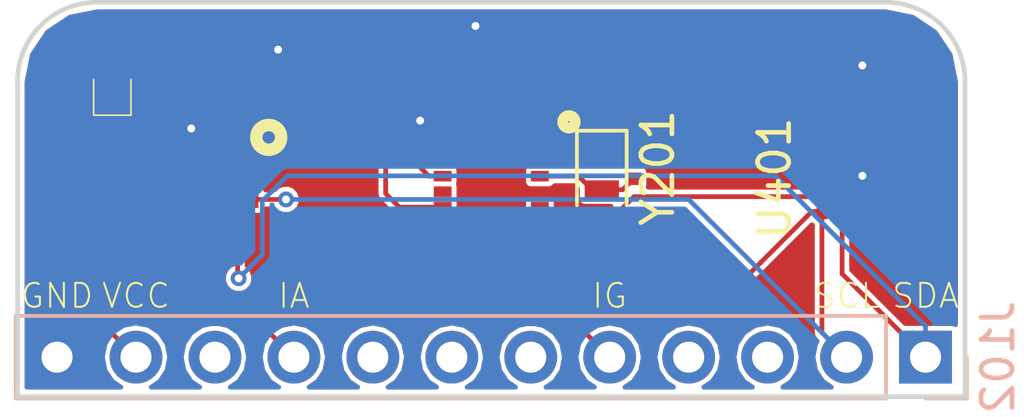
<source format=kicad_pcb>
(kicad_pcb (version 4) (host pcbnew 4.0.7-e2-6376~60~ubuntu17.10.1)

  (general
    (links 58)
    (no_connects 58)
    (area -0.075001 -12.775001 30.555001 0.075001)
    (thickness 1.6)
    (drawings 16)
    (tracks 131)
    (zones 0)
    (modules 15)
    (nets 11)
  )

  (page A4)
  (layers
    (0 Top signal)
    (31 Bottom signal)
    (32 B.Adhes user)
    (33 F.Adhes user)
    (34 B.Paste user)
    (35 F.Paste user)
    (36 B.SilkS user)
    (37 F.SilkS user)
    (38 B.Mask user hide)
    (39 F.Mask user hide)
    (40 Dwgs.User user hide)
    (41 Cmts.User user hide)
    (42 Eco1.User user hide)
    (43 Eco2.User user hide)
    (44 Edge.Cuts user)
    (45 Margin user hide)
    (46 B.CrtYd user hide)
    (47 F.CrtYd user hide)
    (48 B.Fab user hide)
    (49 F.Fab user)
  )

  (setup
    (last_trace_width 0.1524)
    (trace_clearance 0.1524)
    (zone_clearance 0.1524)
    (zone_45_only no)
    (trace_min 0.1524)
    (segment_width 0.2)
    (edge_width 0.15)
    (via_size 0.508)
    (via_drill 0.254)
    (via_min_size 0.508)
    (via_min_drill 0.254)
    (uvia_size 0.3)
    (uvia_drill 0.1)
    (uvias_allowed no)
    (uvia_min_size 0)
    (uvia_min_drill 0)
    (pcb_text_width 0.3)
    (pcb_text_size 1.5 1.5)
    (mod_edge_width 0.15)
    (mod_text_size 1 1)
    (mod_text_width 0.15)
    (pad_size 1.7 1.7)
    (pad_drill 1)
    (pad_to_mask_clearance 0)
    (aux_axis_origin 127 101.6)
    (grid_origin 127 101.6)
    (visible_elements FFFFFB7F)
    (pcbplotparams
      (layerselection 0x00030_ffffffff)
      (usegerberextensions false)
      (usegerberattributes true)
      (excludeedgelayer true)
      (linewidth 0.100000)
      (plotframeref false)
      (viasonmask false)
      (mode 1)
      (useauxorigin false)
      (hpglpennumber 1)
      (hpglpenspeed 20)
      (hpglpendiameter 15)
      (hpglpenoverlay 2)
      (psnegative false)
      (psa4output false)
      (plotreference true)
      (plotvalue true)
      (plotinvisibletext false)
      (padsonsilk false)
      (subtractmaskfromsilk false)
      (outputformat 1)
      (mirror false)
      (drillshape 1)
      (scaleselection 1)
      (outputdirectory ""))
  )

  (net 0 "")
  (net 1 GND)
  (net 2 +3V3)
  (net 3 /BNO055/CAP)
  (net 4 /BNO055/XOUT32)
  (net 5 /BNO055/XIN32)
  (net 6 /HighAcc/VS)
  (net 7 /SDA)
  (net 8 /SCL)
  (net 9 /BNO_INT)
  (net 10 /ADXL_INT)

  (net_class Default "This is the default net class."
    (clearance 0.1524)
    (trace_width 0.1524)
    (via_dia 0.508)
    (via_drill 0.254)
    (uvia_dia 0.3)
    (uvia_drill 0.1)
    (add_net +3V3)
    (add_net /ADXL_INT)
    (add_net /BNO055/CAP)
    (add_net /BNO055/XIN32)
    (add_net /BNO055/XOUT32)
    (add_net /BNO_INT)
    (add_net /HighAcc/VS)
    (add_net /SCL)
    (add_net /SDA)
    (add_net GND)
  )

  (module KwanSystems:SMD_0603 (layer Top) (tedit 590965EB) (tstamp 5A57A8DD)
    (at 15.494 -10.414 270)
    (descr "Capacitor SMD 0603, reflow soldering, AVX (see smccp.pdf)")
    (tags "capacitor 0603")
    (path /5A4D6457/598B82AE)
    (attr smd)
    (fp_text reference C203 (at 0 -0.2 270) (layer F.Fab)
      (effects (font (size 0.2 0.2) (thickness 0.015)))
    )
    (fp_text value 100nF (at 0 0.2 270) (layer F.Fab)
      (effects (font (size 0.2 0.2) (thickness 0.015)))
    )
    (fp_line (start -0.8 0.4) (end -0.8 -0.4) (layer F.Fab) (width 0.1))
    (fp_line (start 0.8 0.4) (end -0.8 0.4) (layer F.Fab) (width 0.1))
    (fp_line (start 0.8 -0.4) (end 0.8 0.4) (layer F.Fab) (width 0.1))
    (fp_line (start -0.8 -0.4) (end 0.8 -0.4) (layer F.Fab) (width 0.1))
    (fp_line (start -1.4 -0.65) (end 1.4 -0.65) (layer F.CrtYd) (width 0.05))
    (fp_line (start -1.4 -0.65) (end -1.4 0.65) (layer F.CrtYd) (width 0.05))
    (fp_line (start 1.4 0.65) (end 1.4 -0.65) (layer F.CrtYd) (width 0.05))
    (fp_line (start 1.4 0.65) (end -1.4 0.65) (layer F.CrtYd) (width 0.05))
    (pad 1 smd rect (at -0.75 0 270) (size 0.8 0.75) (layers Top F.Paste F.Mask)
      (net 1 GND))
    (pad 2 smd rect (at 0.75 0 270) (size 0.8 0.75) (layers Top F.Paste F.Mask)
      (net 2 +3V3))
    (model Capacitors_SMD.3dshapes/C_0603.wrl
      (at (xyz 0 0 0))
      (scale (xyz 1 1 1))
      (rotate (xyz 0 0 0))
    )
  )

  (module KwanSystems:SMD_0603 (layer Top) (tedit 590965EB) (tstamp 5A57A8E3)
    (at 14.224 -10.414 90)
    (descr "Capacitor SMD 0603, reflow soldering, AVX (see smccp.pdf)")
    (tags "capacitor 0603")
    (path /5A4D6457/598B8309)
    (attr smd)
    (fp_text reference C209 (at 0 -0.2 90) (layer F.Fab)
      (effects (font (size 0.2 0.2) (thickness 0.015)))
    )
    (fp_text value 100nF (at 0 0.254 90) (layer F.Fab)
      (effects (font (size 0.2 0.2) (thickness 0.015)))
    )
    (fp_line (start -0.8 0.4) (end -0.8 -0.4) (layer F.Fab) (width 0.1))
    (fp_line (start 0.8 0.4) (end -0.8 0.4) (layer F.Fab) (width 0.1))
    (fp_line (start 0.8 -0.4) (end 0.8 0.4) (layer F.Fab) (width 0.1))
    (fp_line (start -0.8 -0.4) (end 0.8 -0.4) (layer F.Fab) (width 0.1))
    (fp_line (start -1.4 -0.65) (end 1.4 -0.65) (layer F.CrtYd) (width 0.05))
    (fp_line (start -1.4 -0.65) (end -1.4 0.65) (layer F.CrtYd) (width 0.05))
    (fp_line (start 1.4 0.65) (end 1.4 -0.65) (layer F.CrtYd) (width 0.05))
    (fp_line (start 1.4 0.65) (end -1.4 0.65) (layer F.CrtYd) (width 0.05))
    (pad 1 smd rect (at -0.75 0 90) (size 0.8 0.75) (layers Top F.Paste F.Mask)
      (net 3 /BNO055/CAP))
    (pad 2 smd rect (at 0.75 0 90) (size 0.8 0.75) (layers Top F.Paste F.Mask)
      (net 1 GND))
    (model Capacitors_SMD.3dshapes/C_0603.wrl
      (at (xyz 0 0 0))
      (scale (xyz 1 1 1))
      (rotate (xyz 0 0 0))
    )
  )

  (module KwanSystems:SMD_0603 (layer Top) (tedit 590965EB) (tstamp 5A57A8E9)
    (at 16.764 -10.414 90)
    (descr "Capacitor SMD 0603, reflow soldering, AVX (see smccp.pdf)")
    (tags "capacitor 0603")
    (path /5A4D6457/59E44B71)
    (attr smd)
    (fp_text reference C225 (at 0 -0.2 90) (layer F.Fab)
      (effects (font (size 0.2 0.2) (thickness 0.015)))
    )
    (fp_text value 120nF (at 0 0.2 90) (layer F.Fab)
      (effects (font (size 0.2 0.2) (thickness 0.015)))
    )
    (fp_line (start -0.8 0.4) (end -0.8 -0.4) (layer F.Fab) (width 0.1))
    (fp_line (start 0.8 0.4) (end -0.8 0.4) (layer F.Fab) (width 0.1))
    (fp_line (start 0.8 -0.4) (end 0.8 0.4) (layer F.Fab) (width 0.1))
    (fp_line (start -0.8 -0.4) (end 0.8 -0.4) (layer F.Fab) (width 0.1))
    (fp_line (start -1.4 -0.65) (end 1.4 -0.65) (layer F.CrtYd) (width 0.05))
    (fp_line (start -1.4 -0.65) (end -1.4 0.65) (layer F.CrtYd) (width 0.05))
    (fp_line (start 1.4 0.65) (end 1.4 -0.65) (layer F.CrtYd) (width 0.05))
    (fp_line (start 1.4 0.65) (end -1.4 0.65) (layer F.CrtYd) (width 0.05))
    (pad 1 smd rect (at -0.75 0 90) (size 0.8 0.75) (layers Top F.Paste F.Mask)
      (net 2 +3V3))
    (pad 2 smd rect (at 0.75 0 90) (size 0.8 0.75) (layers Top F.Paste F.Mask)
      (net 1 GND))
    (model Capacitors_SMD.3dshapes/C_0603.wrl
      (at (xyz 0 0 0))
      (scale (xyz 1 1 1))
      (rotate (xyz 0 0 0))
    )
  )

  (module KwanSystems:R_Array_Convex_2x0402 (layer Top) (tedit 59096677) (tstamp 5A57A8F1)
    (at 20.32 -7.366)
    (descr "Chip Resistor Network, ROHM MNR02 (see mnr_g.pdf)")
    (tags "resistor array")
    (path /5A4D6457/59908124)
    (attr smd)
    (fp_text reference C226 (at 0 -0.5) (layer F.Fab)
      (effects (font (size 0.2 0.2) (thickness 0.015)))
    )
    (fp_text value 22pF (at 0 0.5) (layer F.Fab)
      (effects (font (size 0.2 0.2) (thickness 0.015)))
    )
    (fp_line (start 1 0.95) (end -1 0.95) (layer F.CrtYd) (width 0.05))
    (fp_line (start 1 0.95) (end 1 -0.95) (layer F.CrtYd) (width 0.05))
    (fp_line (start -1 -0.95) (end -1 0.95) (layer F.CrtYd) (width 0.05))
    (fp_line (start -1 -0.95) (end 1 -0.95) (layer F.CrtYd) (width 0.05))
    (fp_line (start -0.5 0.7) (end 0.5 0.7) (layer F.Fab) (width 0.1))
    (fp_line (start -0.5 -0.7) (end -0.5 0.7) (layer F.Fab) (width 0.1))
    (fp_line (start 0.5 -0.7) (end -0.5 -0.7) (layer F.Fab) (width 0.1))
    (fp_line (start 0.5 0.7) (end 0.5 -0.7) (layer F.Fab) (width 0.1))
    (pad 4 smd rect (at 0.5 -0.35) (size 0.5 0.4) (layers Top F.Paste F.Mask)
      (net 1 GND))
    (pad 3 smd rect (at 0.5 0.35) (size 0.5 0.4) (layers Top F.Paste F.Mask)
      (net 1 GND))
    (pad 2 smd rect (at -0.5 0.35) (size 0.5 0.4) (layers Top F.Paste F.Mask)
      (net 4 /BNO055/XOUT32))
    (pad 1 smd rect (at -0.5 -0.35) (size 0.5 0.4) (layers Top F.Paste F.Mask)
      (net 5 /BNO055/XIN32))
    (model ${KISYS3DMOD}/Resistors_SMD.3dshapes/R_Array_Convex_2x0402.wrl
      (at (xyz 0 0 0))
      (scale (xyz 1 1 1))
      (rotate (xyz 0 0 0))
    )
  )

  (module KwanSystems:SMD_0603 (layer Top) (tedit 590965EB) (tstamp 5A57A8F7)
    (at 18.034 -10.414 90)
    (descr "Capacitor SMD 0603, reflow soldering, AVX (see smccp.pdf)")
    (tags "capacitor 0603")
    (path /5A4D6457/59E628C4)
    (attr smd)
    (fp_text reference C228 (at 0 -0.2 90) (layer F.Fab)
      (effects (font (size 0.2 0.2) (thickness 0.015)))
    )
    (fp_text value 6.8nF (at 0 0.2 90) (layer F.Fab)
      (effects (font (size 0.2 0.2) (thickness 0.015)))
    )
    (fp_line (start -0.8 0.4) (end -0.8 -0.4) (layer F.Fab) (width 0.1))
    (fp_line (start 0.8 0.4) (end -0.8 0.4) (layer F.Fab) (width 0.1))
    (fp_line (start 0.8 -0.4) (end 0.8 0.4) (layer F.Fab) (width 0.1))
    (fp_line (start -0.8 -0.4) (end 0.8 -0.4) (layer F.Fab) (width 0.1))
    (fp_line (start -1.4 -0.65) (end 1.4 -0.65) (layer F.CrtYd) (width 0.05))
    (fp_line (start -1.4 -0.65) (end -1.4 0.65) (layer F.CrtYd) (width 0.05))
    (fp_line (start 1.4 0.65) (end 1.4 -0.65) (layer F.CrtYd) (width 0.05))
    (fp_line (start 1.4 0.65) (end -1.4 0.65) (layer F.CrtYd) (width 0.05))
    (pad 1 smd rect (at -0.75 0 90) (size 0.8 0.75) (layers Top F.Paste F.Mask)
      (net 2 +3V3))
    (pad 2 smd rect (at 0.75 0 90) (size 0.8 0.75) (layers Top F.Paste F.Mask)
      (net 1 GND))
    (model Capacitors_SMD.3dshapes/C_0603.wrl
      (at (xyz 0 0 0))
      (scale (xyz 1 1 1))
      (rotate (xyz 0 0 0))
    )
  )

  (module KwanSystems:R_Array_Convex_2x0402 (layer Top) (tedit 59096677) (tstamp 5A57A8FF)
    (at 27.178 -9.398 90)
    (descr "Chip Resistor Network, ROHM MNR02 (see mnr_g.pdf)")
    (tags "resistor array")
    (path /5A4D4377/598CECC2)
    (attr smd)
    (fp_text reference C406 (at 0 -0.5 90) (layer F.Fab)
      (effects (font (size 0.2 0.2) (thickness 0.015)))
    )
    (fp_text value 100nF (at 0 0.5 90) (layer F.Fab)
      (effects (font (size 0.2 0.2) (thickness 0.015)))
    )
    (fp_line (start 1 0.95) (end -1 0.95) (layer F.CrtYd) (width 0.05))
    (fp_line (start 1 0.95) (end 1 -0.95) (layer F.CrtYd) (width 0.05))
    (fp_line (start -1 -0.95) (end -1 0.95) (layer F.CrtYd) (width 0.05))
    (fp_line (start -1 -0.95) (end 1 -0.95) (layer F.CrtYd) (width 0.05))
    (fp_line (start -0.5 0.7) (end 0.5 0.7) (layer F.Fab) (width 0.1))
    (fp_line (start -0.5 -0.7) (end -0.5 0.7) (layer F.Fab) (width 0.1))
    (fp_line (start 0.5 -0.7) (end -0.5 -0.7) (layer F.Fab) (width 0.1))
    (fp_line (start 0.5 0.7) (end 0.5 -0.7) (layer F.Fab) (width 0.1))
    (pad 4 smd rect (at 0.5 -0.35 90) (size 0.5 0.4) (layers Top F.Paste F.Mask)
      (net 1 GND))
    (pad 3 smd rect (at 0.5 0.35 90) (size 0.5 0.4) (layers Top F.Paste F.Mask)
      (net 1 GND))
    (pad 2 smd rect (at -0.5 0.35 90) (size 0.5 0.4) (layers Top F.Paste F.Mask)
      (net 2 +3V3))
    (pad 1 smd rect (at -0.5 -0.35 90) (size 0.5 0.4) (layers Top F.Paste F.Mask)
      (net 2 +3V3))
    (model ${KISYS3DMOD}/Resistors_SMD.3dshapes/R_Array_Convex_2x0402.wrl
      (at (xyz 0 0 0))
      (scale (xyz 1 1 1))
      (rotate (xyz 0 0 0))
    )
  )

  (module KwanSystems:SMD_0603 (layer Top) (tedit 590965EB) (tstamp 5A57A905)
    (at 6.858 -10.414 90)
    (descr "Capacitor SMD 0603, reflow soldering, AVX (see smccp.pdf)")
    (tags "capacitor 0603")
    (path /5A4D47F6/598D6C36)
    (attr smd)
    (fp_text reference C501 (at 0 -0.2 90) (layer F.Fab)
      (effects (font (size 0.2 0.2) (thickness 0.015)))
    )
    (fp_text value 100nF (at 0 0.2 90) (layer F.Fab)
      (effects (font (size 0.2 0.2) (thickness 0.015)))
    )
    (fp_line (start -0.8 0.4) (end -0.8 -0.4) (layer F.Fab) (width 0.1))
    (fp_line (start 0.8 0.4) (end -0.8 0.4) (layer F.Fab) (width 0.1))
    (fp_line (start 0.8 -0.4) (end 0.8 0.4) (layer F.Fab) (width 0.1))
    (fp_line (start -0.8 -0.4) (end 0.8 -0.4) (layer F.Fab) (width 0.1))
    (fp_line (start -1.4 -0.65) (end 1.4 -0.65) (layer F.CrtYd) (width 0.05))
    (fp_line (start -1.4 -0.65) (end -1.4 0.65) (layer F.CrtYd) (width 0.05))
    (fp_line (start 1.4 0.65) (end 1.4 -0.65) (layer F.CrtYd) (width 0.05))
    (fp_line (start 1.4 0.65) (end -1.4 0.65) (layer F.CrtYd) (width 0.05))
    (pad 1 smd rect (at -0.75 0 90) (size 0.8 0.75) (layers Top F.Paste F.Mask)
      (net 2 +3V3))
    (pad 2 smd rect (at 0.75 0 90) (size 0.8 0.75) (layers Top F.Paste F.Mask)
      (net 1 GND))
    (model Capacitors_SMD.3dshapes/C_0603.wrl
      (at (xyz 0 0 0))
      (scale (xyz 1 1 1))
      (rotate (xyz 0 0 0))
    )
  )

  (module KwanSystems:SMD_0603 (layer Top) (tedit 590965EB) (tstamp 5A57A90B)
    (at 4.318 -10.414 90)
    (descr "Capacitor SMD 0603, reflow soldering, AVX (see smccp.pdf)")
    (tags "capacitor 0603")
    (path /5A4D47F6/598D6B91)
    (attr smd)
    (fp_text reference C505 (at 0 -0.2 90) (layer F.Fab)
      (effects (font (size 0.2 0.2) (thickness 0.015)))
    )
    (fp_text value 100nF (at 0 0.2 90) (layer F.Fab)
      (effects (font (size 0.2 0.2) (thickness 0.015)))
    )
    (fp_line (start -0.8 0.4) (end -0.8 -0.4) (layer F.Fab) (width 0.1))
    (fp_line (start 0.8 0.4) (end -0.8 0.4) (layer F.Fab) (width 0.1))
    (fp_line (start 0.8 -0.4) (end 0.8 0.4) (layer F.Fab) (width 0.1))
    (fp_line (start -0.8 -0.4) (end 0.8 -0.4) (layer F.Fab) (width 0.1))
    (fp_line (start -1.4 -0.65) (end 1.4 -0.65) (layer F.CrtYd) (width 0.05))
    (fp_line (start -1.4 -0.65) (end -1.4 0.65) (layer F.CrtYd) (width 0.05))
    (fp_line (start 1.4 0.65) (end 1.4 -0.65) (layer F.CrtYd) (width 0.05))
    (fp_line (start 1.4 0.65) (end -1.4 0.65) (layer F.CrtYd) (width 0.05))
    (pad 1 smd rect (at -0.75 0 90) (size 0.8 0.75) (layers Top F.Paste F.Mask)
      (net 6 /HighAcc/VS))
    (pad 2 smd rect (at 0.75 0 90) (size 0.8 0.75) (layers Top F.Paste F.Mask)
      (net 1 GND))
    (model Capacitors_SMD.3dshapes/C_0603.wrl
      (at (xyz 0 0 0))
      (scale (xyz 1 1 1))
      (rotate (xyz 0 0 0))
    )
  )

  (module KwanSystems:SMD_0603_pol (layer Top) (tedit 590965EB) (tstamp 5A57A911)
    (at 3.048 -10.414 90)
    (descr "Capacitor SMD 0603, reflow soldering, AVX (see smccp.pdf)")
    (tags "capacitor 0603 polarized")
    (path /5A4D47F6/5A4DF23E)
    (attr smd)
    (fp_text reference C506 (at 0 -0.2 90) (layer F.Fab)
      (effects (font (size 0.2 0.2) (thickness 0.015)))
    )
    (fp_text value 10uF (at 0 0.2 90) (layer F.Fab)
      (effects (font (size 0.2 0.2) (thickness 0.015)))
    )
    (fp_line (start -1.35 0.6) (end -0.2 0.6) (layer F.SilkS) (width 0.05))
    (fp_line (start -1.35 -0.6) (end -1.35 0.6) (layer F.SilkS) (width 0.05))
    (fp_line (start -0.2 -0.6) (end -1.35 -0.6) (layer F.SilkS) (width 0.05))
    (fp_line (start -0.8 0.4) (end -0.8 -0.4) (layer F.Fab) (width 0.1))
    (fp_line (start 0.8 0.4) (end -0.8 0.4) (layer F.Fab) (width 0.1))
    (fp_line (start 0.8 -0.4) (end 0.8 0.4) (layer F.Fab) (width 0.1))
    (fp_line (start -0.8 -0.4) (end 0.8 -0.4) (layer F.Fab) (width 0.1))
    (fp_line (start -1.4 -0.65) (end 1.4 -0.65) (layer F.CrtYd) (width 0.05))
    (fp_line (start -1.4 -0.65) (end -1.4 0.65) (layer F.CrtYd) (width 0.05))
    (fp_line (start 1.4 0.65) (end 1.4 -0.65) (layer F.CrtYd) (width 0.05))
    (fp_line (start 1.4 0.65) (end -1.4 0.65) (layer F.CrtYd) (width 0.05))
    (pad 1 smd rect (at -0.75 0 90) (size 0.8 0.75) (layers Top F.Paste F.Mask)
      (net 6 /HighAcc/VS))
    (pad 2 smd rect (at 0.75 0 90) (size 0.8 0.75) (layers Top F.Paste F.Mask)
      (net 1 GND))
    (model Capacitors_SMD.3dshapes/C_0603.wrl
      (at (xyz 0 0 0))
      (scale (xyz 1 1 1))
      (rotate (xyz 0 0 0))
    )
  )

  (module Pin_Headers:Pin_Header_Straight_1x12_Pitch2.54mm (layer Bottom) (tedit 59650532) (tstamp 5A57A921)
    (at 29.21 -1.27 90)
    (descr "Through hole straight pin header, 1x12, 2.54mm pitch, single row")
    (tags "Through hole pin header THT 1x12 2.54mm single row")
    (path /5A4DB2E3)
    (fp_text reference J102 (at 0 2.33 90) (layer B.SilkS)
      (effects (font (size 1 1) (thickness 0.15)) (justify mirror))
    )
    (fp_text value Conn_01x12 (at 0 -30.27 90) (layer B.Fab)
      (effects (font (size 1 1) (thickness 0.15)) (justify mirror))
    )
    (fp_line (start -0.635 1.27) (end 1.27 1.27) (layer B.Fab) (width 0.1))
    (fp_line (start 1.27 1.27) (end 1.27 -29.21) (layer B.Fab) (width 0.1))
    (fp_line (start 1.27 -29.21) (end -1.27 -29.21) (layer B.Fab) (width 0.1))
    (fp_line (start -1.27 -29.21) (end -1.27 0.635) (layer B.Fab) (width 0.1))
    (fp_line (start -1.27 0.635) (end -0.635 1.27) (layer B.Fab) (width 0.1))
    (fp_line (start -1.33 -29.27) (end 1.33 -29.27) (layer B.SilkS) (width 0.12))
    (fp_line (start -1.33 -1.27) (end -1.33 -29.27) (layer B.SilkS) (width 0.12))
    (fp_line (start 1.33 -1.27) (end 1.33 -29.27) (layer B.SilkS) (width 0.12))
    (fp_line (start -1.33 -1.27) (end 1.33 -1.27) (layer B.SilkS) (width 0.12))
    (fp_line (start -1.33 0) (end -1.33 1.33) (layer B.SilkS) (width 0.12))
    (fp_line (start -1.33 1.33) (end 0 1.33) (layer B.SilkS) (width 0.12))
    (fp_line (start -1.8 1.8) (end -1.8 -29.75) (layer B.CrtYd) (width 0.05))
    (fp_line (start -1.8 -29.75) (end 1.8 -29.75) (layer B.CrtYd) (width 0.05))
    (fp_line (start 1.8 -29.75) (end 1.8 1.8) (layer B.CrtYd) (width 0.05))
    (fp_line (start 1.8 1.8) (end -1.8 1.8) (layer B.CrtYd) (width 0.05))
    (fp_text user %R (at 0 -13.97 360) (layer B.Fab)
      (effects (font (size 1 1) (thickness 0.15)) (justify mirror))
    )
    (pad 1 thru_hole rect (at 0 0 90) (size 1.7 1.7) (drill 1) (layers *.Cu *.Mask)
      (net 7 /SDA))
    (pad 2 thru_hole oval (at 0 -2.54 90) (size 1.7 1.7) (drill 1) (layers *.Cu *.Mask)
      (net 8 /SCL))
    (pad 3 thru_hole oval (at 0 -5.08 90) (size 1.7 1.7) (drill 1) (layers *.Cu *.Mask))
    (pad 4 thru_hole oval (at 0 -7.62 90) (size 1.7 1.7) (drill 1) (layers *.Cu *.Mask))
    (pad 5 thru_hole oval (at 0 -10.16 90) (size 1.7 1.7) (drill 1) (layers *.Cu *.Mask)
      (net 9 /BNO_INT))
    (pad 6 thru_hole oval (at 0 -12.7 90) (size 1.7 1.7) (drill 1) (layers *.Cu *.Mask))
    (pad 7 thru_hole oval (at 0 -15.24 90) (size 1.7 1.7) (drill 1) (layers *.Cu *.Mask))
    (pad 8 thru_hole oval (at 0 -17.78 90) (size 1.7 1.7) (drill 1) (layers *.Cu *.Mask))
    (pad 9 thru_hole oval (at 0 -20.32 90) (size 1.7 1.7) (drill 1) (layers *.Cu *.Mask)
      (net 10 /ADXL_INT))
    (pad 10 thru_hole oval (at 0 -22.86 90) (size 1.7 1.7) (drill 1) (layers *.Cu *.Mask))
    (pad 11 thru_hole oval (at 0 -25.4 90) (size 1.7 1.7) (drill 1) (layers *.Cu *.Mask)
      (net 2 +3V3))
    (pad 12 thru_hole oval (at 0 -27.94 90) (size 1.7 1.7) (drill 1) (layers *.Cu *.Mask)
      (net 1 GND))
    (model ${KISYS3DMOD}/Pin_Headers.3dshapes/Pin_Header_Straight_1x12_Pitch2.54mm.wrl
      (at (xyz 0 0 0))
      (scale (xyz 1 1 1))
      (rotate (xyz 0 0 0))
    )
  )

  (module KwanSystems:SMD_0603 (layer Top) (tedit 590965EB) (tstamp 5A57A927)
    (at 5.588 -10.414 270)
    (descr "Capacitor SMD 0603, reflow soldering, AVX (see smccp.pdf)")
    (tags "capacitor 0603")
    (path /5A4D47F6/598C919F)
    (attr smd)
    (fp_text reference R506 (at 0 -0.2 270) (layer F.Fab)
      (effects (font (size 0.2 0.2) (thickness 0.015)))
    )
    (fp_text value 100 (at 0 0.2 270) (layer F.Fab)
      (effects (font (size 0.2 0.2) (thickness 0.015)))
    )
    (fp_line (start -0.8 0.4) (end -0.8 -0.4) (layer F.Fab) (width 0.1))
    (fp_line (start 0.8 0.4) (end -0.8 0.4) (layer F.Fab) (width 0.1))
    (fp_line (start 0.8 -0.4) (end 0.8 0.4) (layer F.Fab) (width 0.1))
    (fp_line (start -0.8 -0.4) (end 0.8 -0.4) (layer F.Fab) (width 0.1))
    (fp_line (start -1.4 -0.65) (end 1.4 -0.65) (layer F.CrtYd) (width 0.05))
    (fp_line (start -1.4 -0.65) (end -1.4 0.65) (layer F.CrtYd) (width 0.05))
    (fp_line (start 1.4 0.65) (end 1.4 -0.65) (layer F.CrtYd) (width 0.05))
    (fp_line (start 1.4 0.65) (end -1.4 0.65) (layer F.CrtYd) (width 0.05))
    (pad 1 smd rect (at -0.75 0 270) (size 0.8 0.75) (layers Top F.Paste F.Mask)
      (net 2 +3V3))
    (pad 2 smd rect (at 0.75 0 270) (size 0.8 0.75) (layers Top F.Paste F.Mask)
      (net 6 /HighAcc/VS))
    (model Capacitors_SMD.3dshapes/C_0603.wrl
      (at (xyz 0 0 0))
      (scale (xyz 1 1 1))
      (rotate (xyz 0 0 0))
    )
  )

  (module KwanSystems:BNO055 (layer Top) (tedit 59E4E73F) (tstamp 5A57A947)
    (at 15.24 -6.35)
    (path /5A4D6457/59E44929)
    (fp_text reference U201 (at -1.070663 -1.792391) (layer F.Fab)
      (effects (font (size 0.2 0.2) (thickness 0.015)) (justify left bottom))
    )
    (fp_text value BNO055 (at -1.070663 2.007609) (layer F.Fab)
      (effects (font (size 0.2 0.2) (thickness 0.015)) (justify left bottom))
    )
    (fp_line (start 1.9 -2.6) (end 1.9 2.6) (layer F.Fab) (width 0.2))
    (fp_line (start 1.9 2.6) (end -1.9 2.6) (layer F.Fab) (width 0.2))
    (fp_line (start -1.9 2.6) (end -1.9 -2.6) (layer F.Fab) (width 0.2))
    (fp_line (start -1.9 -2.6) (end 1.9 -2.6) (layer F.Fab) (width 0.2))
    (fp_circle (center 2.5 -2.5) (end 2.5 -2.3) (layer F.SilkS) (width 0.35))
    (fp_line (start -0.2 -0.8) (end 0 -1) (layer F.Fab) (width 0.05))
    (fp_line (start 0.2 -0.8) (end 0 -1) (layer F.Fab) (width 0.05))
    (fp_line (start 0 -1) (end 0 0) (layer F.Fab) (width 0.05))
    (fp_line (start 0 0) (end 1 0) (layer F.Fab) (width 0.05))
    (fp_line (start 0.8 -0.2) (end 1 0) (layer F.Fab) (width 0.05))
    (fp_line (start 1 0) (end 0.8 0.2) (layer F.Fab) (width 0.05))
    (fp_text user Y (at 0.2 -1) (layer F.Fab)
      (effects (font (size 0.2 0.2) (thickness 0.015)))
    )
    (fp_text user X (at 1 -0.2) (layer F.Fab)
      (effects (font (size 0.2 0.2) (thickness 0.015)))
    )
    (fp_circle (center 0.3 -0.3) (end 0.5 -0.3) (layer F.Fab) (width 0.05))
    (fp_circle (center 0.3 -0.3) (end 0.35 -0.3) (layer F.Fab) (width 0.1))
    (fp_text user Z (at 0.7 -0.5) (layer F.Fab)
      (effects (font (size 0.2 0.2) (thickness 0.015)))
    )
    (pad 1 smd rect (at 1.5625 -2.25 270) (size 0.34 0.575) (layers Top F.Paste F.Mask))
    (pad 2 smd rect (at 0.75 -2.3125 270) (size 0.475 0.34) (layers Top F.Paste F.Mask)
      (net 1 GND))
    (pad 3 smd rect (at 0.25 -2.3125 270) (size 0.475 0.34) (layers Top F.Paste F.Mask)
      (net 2 +3V3))
    (pad 4 smd rect (at -0.25 -2.3125 270) (size 0.475 0.34) (layers Top F.Paste F.Mask)
      (net 2 +3V3))
    (pad 5 smd rect (at -0.75 -2.3125 270) (size 0.475 0.34) (layers Top F.Paste F.Mask)
      (net 1 GND))
    (pad 6 smd rect (at -1.5625 -2.25 270) (size 0.34 0.575) (layers Top F.Paste F.Mask)
      (net 1 GND))
    (pad 7 smd rect (at -1.5625 -1.75 270) (size 0.34 0.575) (layers Top F.Paste F.Mask))
    (pad 8 smd rect (at -1.5625 -1.25 270) (size 0.34 0.575) (layers Top F.Paste F.Mask))
    (pad 9 smd rect (at -1.5625 -0.75 270) (size 0.34 0.575) (layers Top F.Paste F.Mask)
      (net 3 /BNO055/CAP))
    (pad 10 smd rect (at -1.5625 -0.25 270) (size 0.34 0.575) (layers Top F.Paste F.Mask))
    (pad 11 smd rect (at -1.5625 0.25 270) (size 0.34 0.575) (layers Top F.Paste F.Mask)
      (net 2 +3V3))
    (pad 12 smd rect (at -1.5625 0.75 270) (size 0.34 0.575) (layers Top F.Paste F.Mask))
    (pad 13 smd rect (at -1.5625 1.25 270) (size 0.34 0.575) (layers Top F.Paste F.Mask))
    (pad 14 smd rect (at -1.5625 1.75 270) (size 0.34 0.575) (layers Top F.Paste F.Mask)
      (net 9 /BNO_INT))
    (pad 15 smd rect (at -1.5625 2.25 270) (size 0.34 0.575) (layers Top F.Paste F.Mask)
      (net 1 GND))
    (pad 16 smd rect (at -0.75 2.3125 270) (size 0.475 0.34) (layers Top F.Paste F.Mask)
      (net 1 GND))
    (pad 17 smd rect (at -0.25 2.3125 270) (size 0.475 0.34) (layers Top F.Paste F.Mask)
      (net 1 GND))
    (pad 18 smd rect (at 0.25 2.3125 270) (size 0.475 0.34) (layers Top F.Paste F.Mask)
      (net 1 GND))
    (pad 19 smd rect (at 0.75 2.3125 270) (size 0.475 0.34) (layers Top F.Paste F.Mask)
      (net 8 /SCL))
    (pad 20 smd rect (at 1.5625 2.25 270) (size 0.34 0.575) (layers Top F.Paste F.Mask)
      (net 7 /SDA))
    (pad 21 smd rect (at 1.5625 1.75 270) (size 0.34 0.575) (layers Top F.Paste F.Mask))
    (pad 22 smd rect (at 1.5625 1.25 270) (size 0.34 0.575) (layers Top F.Paste F.Mask))
    (pad 23 smd rect (at 1.5625 0.75 270) (size 0.34 0.575) (layers Top F.Paste F.Mask))
    (pad 24 smd rect (at 1.5625 0.25 270) (size 0.34 0.575) (layers Top F.Paste F.Mask))
    (pad 25 smd rect (at 1.5625 -0.25 270) (size 0.34 0.575) (layers Top F.Paste F.Mask)
      (net 1 GND))
    (pad 26 smd rect (at 1.5625 -0.75 270) (size 0.34 0.575) (layers Top F.Paste F.Mask)
      (net 4 /BNO055/XOUT32))
    (pad 27 smd rect (at 1.5625 -1.25 270) (size 0.34 0.575) (layers Top F.Paste F.Mask)
      (net 5 /BNO055/XIN32))
    (pad 28 smd rect (at 1.5625 -1.75 270) (size 0.34 0.575) (layers Top F.Paste F.Mask)
      (net 2 +3V3))
  )

  (module KwanSystems:BME280 (layer Top) (tedit 5989E454) (tstamp 5A57A953)
    (at 26.852781 -6.9866 270)
    (path /5A4D4377/598CE84D)
    (fp_text reference U401 (at -0.05 2.5 270) (layer F.SilkS)
      (effects (font (size 1 1) (thickness 0.15)))
    )
    (fp_text value BME280 (at 0 -2.5 270) (layer F.Fab)
      (effects (font (size 1 1) (thickness 0.15)))
    )
    (fp_circle (center 0.012 0.625) (end 0.012 0.775) (layer F.Fab) (width 0.01))
    (fp_circle (center 0.5 -0.975) (end 0.45 -0.975) (layer F.Fab) (width 0.1))
    (fp_line (start -1.25 -1.25) (end 1.25 -1.25) (layer F.Fab) (width 0.1))
    (fp_line (start -1.25 1.25) (end -1.25 -1.25) (layer F.Fab) (width 0.1))
    (fp_line (start 1.25 1.25) (end -1.25 1.25) (layer F.Fab) (width 0.1))
    (fp_line (start 1.25 -1.25) (end 1.25 1.25) (layer F.Fab) (width 0.1))
    (pad 2 smd rect (at 1.025 -0.325 270) (size 0.5 0.35) (layers Top F.Paste F.Mask)
      (net 2 +3V3))
    (pad 8 smd rect (at -1.025 -0.975 270) (size 0.5 0.35) (layers Top F.Paste F.Mask)
      (net 2 +3V3))
    (pad 3 smd rect (at 1.025 0.325 270) (size 0.5 0.35) (layers Top F.Paste F.Mask)
      (net 7 /SDA))
    (pad 1 smd rect (at 1.025 -0.975 270) (size 0.5 0.35) (layers Top F.Paste F.Mask)
      (net 1 GND))
    (pad 4 smd rect (at 1.025 0.975 270) (size 0.5 0.35) (layers Top F.Paste F.Mask)
      (net 8 /SCL))
    (pad 5 smd rect (at -1.025 0.975 270) (size 0.5 0.35) (layers Top F.Paste F.Mask)
      (net 1 GND))
    (pad 7 smd rect (at -1.025 -0.325 270) (size 0.5 0.35) (layers Top F.Paste F.Mask)
      (net 1 GND))
    (pad 6 smd rect (at -1.025 0.325 270) (size 0.5 0.35) (layers Top F.Paste F.Mask)
      (net 2 +3V3))
  )

  (module KwanSystems:ADXL375 (layer Top) (tedit 598CD50F) (tstamp 5A57A965)
    (at 5.08 -6.35)
    (descr "Built for the MPU-9250 using guidelines found in http://cds.linear.com/docs/en/packaging/Carsem%20MLP%20users%20guide.pdf")
    (path /5A4D47F6/598E9BC1)
    (fp_text reference U501 (at 1.6 -1.8 180) (layer F.Fab)
      (effects (font (size 0.2 0.2) (thickness 0.015)) (justify left bottom))
    )
    (fp_text value ADXL375 (at -2.5 -1.8) (layer F.Fab)
      (effects (font (size 0.2 0.2) (thickness 0.015)) (justify left bottom))
    )
    (fp_circle (center 3 -2) (end 3 -1.6) (layer F.SilkS) (width 0.4))
    (fp_line (start 2.5 1.5) (end 2.5 -1.5) (layer F.Fab) (width 0.05))
    (fp_line (start -2.5 1.5) (end 2.5 1.5) (layer F.Fab) (width 0.05))
    (fp_line (start -2.5 -1.5) (end -2.5 1.5) (layer F.Fab) (width 0.05))
    (fp_line (start 2.5 -1.5) (end -2.5 -1.5) (layer F.Fab) (width 0.05))
    (fp_line (start -0.3 -0.3) (end -0.1 -0.5) (layer F.Fab) (width 0.05))
    (fp_line (start 0.1 -0.3) (end -0.1 -0.5) (layer F.Fab) (width 0.05))
    (fp_line (start -0.1 -0.5) (end -0.1 0.5) (layer F.Fab) (width 0.05))
    (fp_line (start -0.1 0.5) (end 0.9 0.5) (layer F.Fab) (width 0.05))
    (fp_line (start 0.7 0.3) (end 0.9 0.5) (layer F.Fab) (width 0.05))
    (fp_line (start 0.9 0.5) (end 0.7 0.7) (layer F.Fab) (width 0.05))
    (fp_text user Y (at 0.2 -0.4) (layer F.Fab)
      (effects (font (size 0.2 0.2) (thickness 0.015)))
    )
    (fp_text user X (at 0.9 0.3) (layer F.Fab)
      (effects (font (size 0.2 0.2) (thickness 0.015)))
    )
    (fp_circle (center 0.2 0.2) (end 0.4 0.2) (layer F.Fab) (width 0.05))
    (fp_circle (center 0.2 0.2) (end 0.25 0.2) (layer F.Fab) (width 0.1))
    (fp_text user Z (at 0.6 0) (layer F.Fab)
      (effects (font (size 0.2 0.2) (thickness 0.015)))
    )
    (pad 13 smd rect (at 2 1.0975 270) (size 1.145 0.55) (layers Top F.Paste F.Mask)
      (net 7 /SDA))
    (pad 12 smd rect (at 1.2 1.0975 270) (size 1.145 0.55) (layers Top F.Paste F.Mask)
      (net 1 GND))
    (pad 10 smd rect (at -0.4 1.0975 270) (size 1.145 0.55) (layers Top F.Paste F.Mask))
    (pad 11 smd rect (at 0.4 1.0975 270) (size 1.145 0.55) (layers Top F.Paste F.Mask))
    (pad 9 smd rect (at -1.2 1.0975 270) (size 1.145 0.55) (layers Top F.Paste F.Mask))
    (pad 8 smd rect (at -2 1.0975 270) (size 1.145 0.55) (layers Top F.Paste F.Mask)
      (net 10 /ADXL_INT))
    (pad 1 smd rect (at 2 -1.0975 270) (size 1.145 0.55) (layers Top F.Paste F.Mask)
      (net 2 +3V3))
    (pad 2 smd rect (at 1.2 -1.0975 270) (size 1.145 0.55) (layers Top F.Paste F.Mask)
      (net 1 GND))
    (pad 3 smd rect (at 0.4 -1.0975 270) (size 1.145 0.55) (layers Top F.Paste F.Mask))
    (pad 4 smd rect (at -0.4 -1.0975 270) (size 1.145 0.55) (layers Top F.Paste F.Mask)
      (net 1 GND))
    (pad 5 smd rect (at -1.2 -1.0975 270) (size 1.145 0.55) (layers Top F.Paste F.Mask)
      (net 1 GND))
    (pad 6 smd rect (at -2 -1.0975 270) (size 1.145 0.55) (layers Top F.Paste F.Mask)
      (net 6 /HighAcc/VS))
    (pad 7 smd rect (at -2.0975 0) (size 1.145 0.55) (layers Top F.Paste F.Mask)
      (net 2 +3V3))
    (pad 14 smd rect (at 2.0975 0) (size 1.145 0.55) (layers Top F.Paste F.Mask)
      (net 8 /SCL))
    (model Housings_DFN_QFN.3dshapes/DFN-14-1EP_3x4mm_Pitch0.5mm.wrl
      (at (xyz 0 0 0))
      (scale (xyz 1 1.25 1))
      (rotate (xyz 0 0 90))
    )
  )

  (module Crystals:Crystal_SMD_2012-2pin_2.0x1.2mm (layer Top) (tedit 58CD2E9C) (tstamp 5A57A96B)
    (at 18.796 -7.366 270)
    (descr "SMD Crystal 2012/2 http://txccrystal.com/images/pdf/9ht11.pdf, 2.0x1.2mm^2 package")
    (tags "SMD SMT crystal")
    (path /5A4D6457/598B8407)
    (attr smd)
    (fp_text reference Y201 (at 0 -1.8 270) (layer F.SilkS)
      (effects (font (size 1 1) (thickness 0.15)))
    )
    (fp_text value 32kiHz (at 0 1.8 270) (layer F.Fab)
      (effects (font (size 1 1) (thickness 0.15)))
    )
    (fp_text user %R (at 0 0 270) (layer F.Fab)
      (effects (font (size 0.5 0.5) (thickness 0.075)))
    )
    (fp_line (start -1 -0.6) (end -1 0.6) (layer F.Fab) (width 0.1))
    (fp_line (start -1 0.6) (end 1 0.6) (layer F.Fab) (width 0.1))
    (fp_line (start 1 0.6) (end 1 -0.6) (layer F.Fab) (width 0.1))
    (fp_line (start 1 -0.6) (end -1 -0.6) (layer F.Fab) (width 0.1))
    (fp_line (start -1 0.1) (end -0.5 0.6) (layer F.Fab) (width 0.1))
    (fp_line (start 1.2 -0.8) (end -1.2 -0.8) (layer F.SilkS) (width 0.12))
    (fp_line (start -1.2 -0.8) (end -1.2 0.8) (layer F.SilkS) (width 0.12))
    (fp_line (start -1.2 0.8) (end 1.2 0.8) (layer F.SilkS) (width 0.12))
    (fp_line (start -1.3 -0.9) (end -1.3 0.9) (layer F.CrtYd) (width 0.05))
    (fp_line (start -1.3 0.9) (end 1.3 0.9) (layer F.CrtYd) (width 0.05))
    (fp_line (start 1.3 0.9) (end 1.3 -0.9) (layer F.CrtYd) (width 0.05))
    (fp_line (start 1.3 -0.9) (end -1.3 -0.9) (layer F.CrtYd) (width 0.05))
    (fp_circle (center 0 0) (end 0.2 0) (layer F.Adhes) (width 0.1))
    (fp_circle (center 0 0) (end 0.166667 0) (layer F.Adhes) (width 0.066667))
    (fp_circle (center 0 0) (end 0.106667 0) (layer F.Adhes) (width 0.066667))
    (fp_circle (center 0 0) (end 0.046667 0) (layer F.Adhes) (width 0.093333))
    (pad 1 smd rect (at -0.7 0 270) (size 0.6 1.1) (layers Top F.Paste F.Mask)
      (net 5 /BNO055/XIN32))
    (pad 2 smd rect (at 0.7 0 270) (size 0.6 1.1) (layers Top F.Paste F.Mask)
      (net 4 /BNO055/XOUT32))
    (model ${KISYS3DMOD}/Crystals.3dshapes/Crystal_SMD_2012-2pin_2.0x1.2mm.wrl
      (at (xyz 0 0 0))
      (scale (xyz 1 1 1))
      (rotate (xyz 0 0 0))
    )
  )

  (gr_arc (start 27.94 -10.16) (end 27.94 -12.7) (angle 90) (layer Edge.Cuts) (width 0.15))
  (gr_arc (start 2.54 -10.16) (end 0 -10.16) (angle 90) (layer Edge.Cuts) (width 0.15))
  (gr_line (start 0 0) (end 0 -10.16) (layer Edge.Cuts) (width 0.15))
  (gr_line (start 30.48 0) (end 0 0) (layer Edge.Cuts) (width 0.15))
  (gr_line (start 30.48 -10.16) (end 30.48 0) (layer Edge.Cuts) (width 0.15))
  (gr_line (start 2.54 -12.7) (end 27.94 -12.7) (layer Edge.Cuts) (width 0.15))
  (gr_text GND (at 1.27 -2.794) (layer F.SilkS) (tstamp 56351A5B8D50)
    (effects (font (size 0.77216 0.77216) (thickness 0.065024)) (justify bottom))
  )
  (gr_text VCC (at 3.81 -2.794) (layer F.SilkS) (tstamp 56351A5B9CF0)
    (effects (font (size 0.77216 0.77216) (thickness 0.065024)) (justify bottom))
  )
  (gr_text IA (at 8.89 -2.794) (layer F.SilkS) (tstamp 56351A5BA840)
    (effects (font (size 0.77216 0.77216) (thickness 0.065024)) (justify bottom))
  )
  (gr_text IG (at 19.05 -2.794) (layer F.SilkS) (tstamp 56351A5BBF40)
    (effects (font (size 0.77216 0.77216) (thickness 0.065024)) (justify bottom))
  )
  (gr_text SCL (at 26.67 -2.794 360) (layer F.SilkS) (tstamp 56351A5BD050)
    (effects (font (size 0.77216 0.77216) (thickness 0.065024)) (justify bottom))
  )
  (gr_text SDA (at 29.21 -2.794 360) (layer F.SilkS) (tstamp 56351A5BD620)
    (effects (font (size 0.77216 0.77216) (thickness 0.065024)) (justify bottom))
  )
  (gr_text "Released under the Creative Commons Attribution Share-Alike 3.0 License" (at 1.524 -40.132) (layer Cmts.User) (tstamp 56351A5BE1B0)
    (effects (font (size 0.77216 0.77216) (thickness 0.065024)) (justify left bottom))
  )
  (gr_text http://creativecommons.org/licenses/by-sa/3.0 (at 1.524 -38.862) (layer Cmts.User) (tstamp 56351A5BE570)
    (effects (font (size 0.77216 0.77216) (thickness 0.065024)) (justify left bottom))
  )
  (gr_text "Original design by C. Taylor and N. Seidle, Sparkfun Electronics http://www.sparkfun.com/products/10216" (at 2.286 1.016) (layer Cmts.User) (tstamp 56351A5BEAE0)
    (effects (font (size 0.57912 0.57912) (thickness 0.048768)) (justify left bottom))
  )
  (gr_text "Heavily modified by C. Jeppesen, St Kwan's Home for the Terminally ADD, stkwans.blogspot.com" (at 2.286 2.286) (layer Cmts.User) (tstamp 56351A5BEFE0)
    (effects (font (size 0.57912 0.57912) (thickness 0.048768)) (justify left bottom))
  )

  (segment (start 5.588 -8.636) (end 6.28 -7.944) (width 0.1524) (layer Top) (net 1))
  (segment (start 6.28 -7.944) (end 6.28 -7.4475) (width 0.1524) (layer Top) (net 1))
  (segment (start 8.382 -11.176) (end 5.842 -8.636) (width 0.1524) (layer Bottom) (net 1))
  (segment (start 5.842 -8.636) (end 5.588 -8.636) (width 0.1524) (layer Bottom) (net 1))
  (via (at 5.588 -8.636) (size 0.508) (drill 0.254) (layers Top Bottom) (net 1))
  (segment (start 7.112 -11.164) (end 8.37 -11.164) (width 0.1524) (layer Top) (net 1))
  (segment (start 8.37 -11.164) (end 8.382 -11.176) (width 0.1524) (layer Top) (net 1))
  (via (at 8.382 -11.176) (size 0.508) (drill 0.254) (layers Top Bottom) (net 1))
  (segment (start 12.954 -8.89) (end 13.3875 -8.89) (width 0.1524) (layer Top) (net 1))
  (segment (start 13.3875 -8.89) (end 13.6775 -8.6) (width 0.1524) (layer Top) (net 1))
  (segment (start 14.732 -11.176) (end 12.954 -9.398) (width 0.1524) (layer Bottom) (net 1))
  (segment (start 12.954 -9.398) (end 12.954 -8.89) (width 0.1524) (layer Bottom) (net 1))
  (via (at 12.954 -8.89) (size 0.508) (drill 0.254) (layers Top Bottom) (net 1))
  (segment (start 15.494 -11.164) (end 14.744 -11.164) (width 0.1524) (layer Top) (net 1))
  (segment (start 14.744 -11.164) (end 14.732 -11.176) (width 0.1524) (layer Top) (net 1))
  (via (at 14.732 -11.938) (size 0.508) (drill 0.254) (layers Top Bottom) (net 1))
  (segment (start 27.178 -7.112) (end 27.178 -8.011381) (width 0.1524) (layer Top) (net 1))
  (segment (start 27.178 -8.011381) (end 27.177781 -8.0116) (width 0.1524) (layer Top) (net 1))
  (segment (start 27.178 -10.668) (end 27.178 -7.112) (width 0.1524) (layer Bottom) (net 1))
  (via (at 27.178 -7.112) (size 0.508) (drill 0.254) (layers Top Bottom) (net 1))
  (segment (start 27.528 -9.898) (end 27.528 -10.318) (width 0.1524) (layer Top) (net 1))
  (segment (start 27.528 -10.318) (end 27.178 -10.668) (width 0.1524) (layer Top) (net 1))
  (via (at 27.178 -10.668) (size 0.508) (drill 0.254) (layers Top Bottom) (net 1))
  (segment (start 15.494 -10.414) (end 13.049518 -10.414) (width 0.1524) (layer Top) (net 2))
  (segment (start 13.049518 -10.414) (end 12.299518 -9.664) (width 0.1524) (layer Top) (net 2))
  (segment (start 15.494 -9.664) (end 15.494 -10.414) (width 0.1524) (layer Top) (net 2))
  (segment (start 7.112 -9.664) (end 7.6394 -9.664) (width 0.1524) (layer Top) (net 2))
  (segment (start 7.6394 -9.664) (end 8.096519 -9.206881) (width 0.1524) (layer Top) (net 2))
  (segment (start 8.096519 -9.206881) (end 11.842399 -9.206881) (width 0.1524) (layer Top) (net 2))
  (segment (start 3.81 -1.27) (end 2.2576 -2.8224) (width 0.1524) (layer Top) (net 2))
  (segment (start 2.2576 -2.8224) (end 2.2576 -5.9226) (width 0.1524) (layer Top) (net 2))
  (segment (start 2.2576 -5.9226) (end 2.685 -6.35) (width 0.1524) (layer Top) (net 2))
  (segment (start 2.611518 -10.414) (end 5.588 -10.414) (width 0.1524) (layer Top) (net 2))
  (segment (start 5.588 -10.414) (end 7.112 -10.414) (width 0.1524) (layer Top) (net 2))
  (segment (start 5.588 -11.164) (end 5.588 -10.414) (width 0.1524) (layer Top) (net 2))
  (segment (start 7.112 -10.414) (end 7.112 -9.664) (width 0.1524) (layer Top) (net 2))
  (segment (start 2.9825 -6.35) (end 2.685 -6.35) (width 0.1524) (layer Top) (net 2))
  (segment (start 2.685 -6.35) (end 2.444399 -6.590601) (width 0.1524) (layer Top) (net 2))
  (segment (start 2.444399 -6.590601) (end 2.444399 -10.246881) (width 0.1524) (layer Top) (net 2))
  (segment (start 2.444399 -10.246881) (end 2.611518 -10.414) (width 0.1524) (layer Top) (net 2))
  (segment (start 7.112 -9.689) (end 7.112 -9.664) (width 0.1524) (layer Top) (net 2))
  (segment (start 7.112 -9.664) (end 7.112 -7.4795) (width 0.1524) (layer Top) (net 2))
  (segment (start 7.112 -7.4795) (end 7.08 -7.4475) (width 0.1524) (layer Top) (net 2))
  (segment (start 12.299518 -9.664) (end 11.842399 -9.206881) (width 0.1524) (layer Top) (net 2))
  (segment (start 11.842399 -9.206881) (end 11.842399 -6.541119) (width 0.1524) (layer Top) (net 2))
  (segment (start 11.842399 -6.541119) (end 12.283518 -6.1) (width 0.1524) (layer Top) (net 2))
  (segment (start 12.283518 -6.1) (end 13.2376 -6.1) (width 0.1524) (layer Top) (net 2))
  (segment (start 13.2376 -6.1) (end 13.6775 -6.1) (width 0.1524) (layer Top) (net 2))
  (segment (start 17.78 -9.664) (end 26.112 -9.664) (width 0.1524) (layer Top) (net 2))
  (segment (start 26.112 -9.664) (end 26.828 -8.948) (width 0.1524) (layer Top) (net 2))
  (segment (start 26.828 -8.948) (end 26.828 -8.898) (width 0.1524) (layer Top) (net 2))
  (segment (start 15.494 -9.664) (end 16.764 -9.664) (width 0.1524) (layer Top) (net 2))
  (segment (start 16.764 -9.664) (end 17.78 -9.664) (width 0.1524) (layer Top) (net 2))
  (segment (start 17.78 -9.664) (end 17.78 -8.6376) (width 0.1524) (layer Top) (net 2))
  (segment (start 17.78 -8.6376) (end 17.2424 -8.1) (width 0.1524) (layer Top) (net 2))
  (segment (start 17.2424 -8.1) (end 16.8025 -8.1) (width 0.1524) (layer Top) (net 2))
  (segment (start 14.99 -8.6625) (end 15.49 -8.6625) (width 0.1524) (layer Top) (net 2))
  (segment (start 15.49 -9.406) (end 15.49 -8.6625) (width 0.1524) (layer Top) (net 2))
  (segment (start 27.827781 -8.0116) (end 28.155181 -8.0116) (width 0.1524) (layer Top) (net 2))
  (segment (start 28.155181 -8.0116) (end 28.231382 -7.935399) (width 0.1524) (layer Top) (net 2))
  (segment (start 28.185662 -5.482999) (end 27.253982 -5.482999) (width 0.1524) (layer Top) (net 2))
  (segment (start 28.231382 -7.935399) (end 28.231382 -5.528719) (width 0.1524) (layer Top) (net 2))
  (segment (start 28.231382 -5.528719) (end 28.185662 -5.482999) (width 0.1524) (layer Top) (net 2))
  (segment (start 27.253982 -5.482999) (end 27.177781 -5.5592) (width 0.1524) (layer Top) (net 2))
  (segment (start 27.177781 -5.5592) (end 27.177781 -5.9616) (width 0.1524) (layer Top) (net 2))
  (segment (start 26.828 -8.898) (end 27.528 -8.898) (width 0.1524) (layer Top) (net 2))
  (segment (start 26.828 -8.898) (end 26.527781 -8.597781) (width 0.1524) (layer Top) (net 2))
  (segment (start 26.527781 -8.597781) (end 26.527781 -8.0116) (width 0.1524) (layer Top) (net 2))
  (segment (start 27.528 -8.898) (end 27.827781 -8.598219) (width 0.1524) (layer Top) (net 2))
  (segment (start 27.827781 -8.598219) (end 27.827781 -8.0116) (width 0.1524) (layer Top) (net 2))
  (segment (start 14.224 -9.664) (end 13.01375 -9.664) (width 0.1524) (layer Top) (net 3))
  (segment (start 13.01375 -9.664) (end 12.471399 -9.121649) (width 0.1524) (layer Top) (net 3))
  (segment (start 12.471399 -9.121649) (end 12.471399 -7.866201) (width 0.1524) (layer Top) (net 3))
  (segment (start 12.471399 -7.866201) (end 13.2376 -7.1) (width 0.1524) (layer Top) (net 3))
  (segment (start 13.2376 -7.1) (end 13.6775 -7.1) (width 0.1524) (layer Top) (net 3))
  (segment (start 18.796 -6.666) (end 19.47 -6.666) (width 0.1524) (layer Top) (net 4))
  (segment (start 19.47 -6.666) (end 19.82 -7.016) (width 0.1524) (layer Top) (net 4))
  (segment (start 16.8025 -7.1) (end 18.046 -7.1) (width 0.1524) (layer Top) (net 4))
  (segment (start 18.046 -7.1) (end 18.48 -6.666) (width 0.1524) (layer Top) (net 4))
  (segment (start 18.48 -6.666) (end 18.796 -6.666) (width 0.1524) (layer Top) (net 4))
  (segment (start 18.796 -8.066) (end 19.47 -8.066) (width 0.1524) (layer Top) (net 5))
  (segment (start 19.47 -8.066) (end 19.82 -7.716) (width 0.1524) (layer Top) (net 5))
  (segment (start 16.8025 -7.6) (end 18.08 -7.6) (width 0.1524) (layer Top) (net 5))
  (segment (start 18.08 -7.6) (end 18.546 -8.066) (width 0.1524) (layer Top) (net 5))
  (segment (start 18.546 -8.066) (end 18.796 -8.066) (width 0.1524) (layer Top) (net 5))
  (segment (start 4.318 -9.664) (end 3.048 -9.664) (width 0.1524) (layer Top) (net 6))
  (segment (start 5.588 -9.664) (end 4.318 -9.664) (width 0.1524) (layer Top) (net 6))
  (segment (start 3.048 -9.664) (end 3.048 -7.4795) (width 0.1524) (layer Top) (net 6))
  (segment (start 3.048 -7.4795) (end 3.08 -7.4475) (width 0.1524) (layer Top) (net 6))
  (segment (start 7.874 -6.30225) (end 7.874 -4.826) (width 0.1524) (layer Bottom) (net 7))
  (segment (start 7.112 -3.81) (end 7.874 -4.572) (width 0.1524) (layer Bottom) (net 7))
  (segment (start 7.874 -4.572) (end 7.874 -4.826) (width 0.1524) (layer Bottom) (net 7))
  (segment (start 7.08 -5.2525) (end 7.08 -3.842) (width 0.1524) (layer Top) (net 7))
  (segment (start 7.08 -3.842) (end 7.112 -3.81) (width 0.1524) (layer Top) (net 7))
  (via (at 7.112 -3.81) (size 0.508) (drill 0.254) (layers Top Bottom) (net 7))
  (segment (start 24.3704 -7.112) (end 8.68375 -7.112) (width 0.1524) (layer Bottom) (net 7))
  (segment (start 8.68375 -7.112) (end 7.874 -6.30225) (width 0.1524) (layer Bottom) (net 7))
  (segment (start 29.21 -1.27) (end 29.21 -2.2724) (width 0.1524) (layer Bottom) (net 7))
  (segment (start 29.21 -2.2724) (end 24.3704 -7.112) (width 0.1524) (layer Bottom) (net 7))
  (segment (start 26.527781 -3.952219) (end 28.448 -2.032) (width 0.1524) (layer Top) (net 7))
  (segment (start 26.527781 -5.9616) (end 26.527781 -3.952219) (width 0.1524) (layer Top) (net 7))
  (segment (start 29.21 -1.27) (end 28.448 -2.032) (width 0.1524) (layer Top) (net 7))
  (segment (start 26.527781 -5.9616) (end 26.527781 -6.364) (width 0.1524) (layer Top) (net 7))
  (segment (start 26.527781 -6.364) (end 26.45158 -6.440201) (width 0.1524) (layer Top) (net 7))
  (segment (start 26.45158 -6.440201) (end 19.831683 -6.440201) (width 0.1524) (layer Top) (net 7))
  (segment (start 19.831683 -6.440201) (end 17.491482 -4.1) (width 0.1524) (layer Top) (net 7))
  (segment (start 17.491482 -4.1) (end 17.2424 -4.1) (width 0.1524) (layer Top) (net 7))
  (segment (start 17.2424 -4.1) (end 16.8025 -4.1) (width 0.1524) (layer Top) (net 7))
  (segment (start 8.636 -6.35) (end 7.1775 -6.35) (width 0.1524) (layer Top) (net 8))
  (segment (start 26.67 -1.27) (end 21.59 -6.35) (width 0.1524) (layer Bottom) (net 8))
  (segment (start 21.59 -6.35) (end 8.636 -6.35) (width 0.1524) (layer Bottom) (net 8))
  (via (at 8.636 -6.35) (size 0.508) (drill 0.254) (layers Top Bottom) (net 8))
  (segment (start 25.877781 -5.9616) (end 25.550381 -5.9616) (width 0.1524) (layer Top) (net 8))
  (segment (start 25.550381 -5.9616) (end 23.236381 -3.6476) (width 0.1524) (layer Top) (net 8))
  (segment (start 23.236381 -3.6476) (end 16.3124 -3.6476) (width 0.1524) (layer Top) (net 8))
  (segment (start 16.3124 -3.6476) (end 15.99 -3.97) (width 0.1524) (layer Top) (net 8))
  (segment (start 15.99 -3.97) (end 15.99 -4.0375) (width 0.1524) (layer Top) (net 8))
  (segment (start 25.877781 -5.9616) (end 25.877781 -2.062219) (width 0.1524) (layer Top) (net 8))
  (segment (start 25.877781 -2.062219) (end 26.67 -1.27) (width 0.1524) (layer Top) (net 8))
  (segment (start 13.6775 -4.6) (end 13.2376 -4.6) (width 0.1524) (layer Top) (net 9))
  (segment (start 13.2376 -4.6) (end 13.161399 -4.523799) (width 0.1524) (layer Top) (net 9))
  (segment (start 13.161399 -4.523799) (end 13.161399 -3.747119) (width 0.1524) (layer Top) (net 9))
  (segment (start 13.161399 -3.747119) (end 14.559917 -2.348601) (width 0.1524) (layer Top) (net 9))
  (segment (start 14.559917 -2.348601) (end 17.971399 -2.348601) (width 0.1524) (layer Top) (net 9))
  (segment (start 18.200001 -2.119999) (end 19.05 -1.27) (width 0.1524) (layer Top) (net 9))
  (segment (start 17.971399 -2.348601) (end 18.200001 -2.119999) (width 0.1524) (layer Top) (net 9))
  (segment (start 3.08 -5.2525) (end 3.08 -4.5276) (width 0.1524) (layer Top) (net 10))
  (segment (start 3.08 -4.5276) (end 5.258999 -2.348601) (width 0.1524) (layer Top) (net 10))
  (segment (start 5.258999 -2.348601) (end 7.811399 -2.348601) (width 0.1524) (layer Top) (net 10))
  (segment (start 7.811399 -2.348601) (end 8.040001 -2.119999) (width 0.1524) (layer Top) (net 10))
  (segment (start 8.040001 -2.119999) (end 8.89 -1.27) (width 0.1524) (layer Top) (net 10))

  (zone (net 1) (net_name GND) (layer Top) (tstamp 0) (hatch edge 0.508)
    (connect_pads yes (clearance 0.1524))
    (min_thickness 0.1524)
    (fill yes (arc_segments 16) (thermal_gap 0.508) (thermal_bridge_width 0.508))
    (polygon
      (pts
        (xy 0 0) (xy 0 -12.7) (xy 30.48 -12.7) (xy 30.48 0)
      )
    )
    (filled_polygon
      (pts
        (xy 6.249922 -10.064) (xy 6.249922 -9.264) (xy 6.265862 -9.179286) (xy 6.315928 -9.101482) (xy 6.39232 -9.049285)
        (xy 6.483 -9.030922) (xy 6.8072 -9.030922) (xy 6.8072 -8.253078) (xy 6.805 -8.253078) (xy 6.720286 -8.237138)
        (xy 6.642482 -8.187072) (xy 6.590285 -8.11068) (xy 6.571922 -8.02) (xy 6.571922 -6.875) (xy 6.576128 -6.852645)
        (xy 6.520286 -6.842138) (xy 6.442482 -6.792072) (xy 6.390285 -6.71568) (xy 6.371922 -6.625) (xy 6.371922 -6.075)
        (xy 6.387862 -5.990286) (xy 6.437928 -5.912482) (xy 6.51432 -5.860285) (xy 6.576517 -5.84769) (xy 6.571922 -5.825)
        (xy 6.571922 -4.68) (xy 6.587862 -4.595286) (xy 6.637928 -4.517482) (xy 6.71432 -4.465285) (xy 6.7752 -4.452957)
        (xy 6.7752 -4.155692) (xy 6.70311 -4.083728) (xy 6.629484 -3.906416) (xy 6.629316 -3.714426) (xy 6.702633 -3.536986)
        (xy 6.838272 -3.40111) (xy 7.015584 -3.327484) (xy 7.207574 -3.327316) (xy 7.385014 -3.400633) (xy 7.52089 -3.536272)
        (xy 7.594516 -3.713584) (xy 7.594684 -3.905574) (xy 7.521367 -4.083014) (xy 7.385728 -4.21889) (xy 7.3848 -4.219275)
        (xy 7.3848 -4.452529) (xy 7.439714 -4.462862) (xy 7.517518 -4.512928) (xy 7.569715 -4.58932) (xy 7.588078 -4.68)
        (xy 7.588078 -5.825) (xy 7.584894 -5.841922) (xy 7.75 -5.841922) (xy 7.834714 -5.857862) (xy 7.912518 -5.907928)
        (xy 7.964715 -5.98432) (xy 7.977043 -6.0452) (xy 8.258364 -6.0452) (xy 8.362272 -5.94111) (xy 8.539584 -5.867484)
        (xy 8.731574 -5.867316) (xy 8.909014 -5.940633) (xy 9.04489 -6.076272) (xy 9.118516 -6.253584) (xy 9.118684 -6.445574)
        (xy 9.045367 -6.623014) (xy 8.909728 -6.75889) (xy 8.732416 -6.832516) (xy 8.540426 -6.832684) (xy 8.362986 -6.759367)
        (xy 8.258236 -6.6548) (xy 7.977471 -6.6548) (xy 7.967138 -6.709714) (xy 7.917072 -6.787518) (xy 7.84068 -6.839715)
        (xy 7.75 -6.858078) (xy 7.584651 -6.858078) (xy 7.588078 -6.875) (xy 7.588078 -8.02) (xy 7.572138 -8.104714)
        (xy 7.522072 -8.182518) (xy 7.44568 -8.234715) (xy 7.4168 -8.240563) (xy 7.4168 -9.128075) (xy 7.447715 -9.17332)
        (xy 7.466078 -9.264) (xy 7.466078 -9.3592) (xy 7.513148 -9.3592) (xy 7.880993 -8.991355) (xy 7.979877 -8.925283)
        (xy 8.096519 -8.902081) (xy 11.537599 -8.902081) (xy 11.537599 -6.541119) (xy 11.560801 -6.424477) (xy 11.626873 -6.325593)
        (xy 12.067992 -5.884474) (xy 12.166876 -5.818402) (xy 12.283518 -5.7952) (xy 13.162025 -5.7952) (xy 13.156922 -5.77)
        (xy 13.156922 -5.43) (xy 13.172528 -5.347063) (xy 13.156922 -5.27) (xy 13.156922 -4.93) (xy 13.164403 -4.89024)
        (xy 13.120958 -4.881598) (xy 13.022074 -4.815526) (xy 12.945873 -4.739325) (xy 12.879801 -4.640441) (xy 12.856599 -4.523799)
        (xy 12.856599 -3.747119) (xy 12.879801 -3.630477) (xy 12.945873 -3.531593) (xy 14.141935 -2.335531) (xy 13.97 -2.369731)
        (xy 13.557238 -2.287627) (xy 13.207315 -2.053816) (xy 12.973504 -1.703893) (xy 12.8914 -1.291131) (xy 12.8914 -1.248869)
        (xy 12.973504 -0.836107) (xy 13.207315 -0.486184) (xy 13.480571 -0.3036) (xy 11.919429 -0.3036) (xy 12.192685 -0.486184)
        (xy 12.426496 -0.836107) (xy 12.5086 -1.248869) (xy 12.5086 -1.291131) (xy 12.426496 -1.703893) (xy 12.192685 -2.053816)
        (xy 11.842762 -2.287627) (xy 11.43 -2.369731) (xy 11.017238 -2.287627) (xy 10.667315 -2.053816) (xy 10.433504 -1.703893)
        (xy 10.3514 -1.291131) (xy 10.3514 -1.248869) (xy 10.433504 -0.836107) (xy 10.667315 -0.486184) (xy 10.940571 -0.3036)
        (xy 9.379429 -0.3036) (xy 9.652685 -0.486184) (xy 9.886496 -0.836107) (xy 9.9686 -1.248869) (xy 9.9686 -1.291131)
        (xy 9.886496 -1.703893) (xy 9.652685 -2.053816) (xy 9.302762 -2.287627) (xy 8.89 -2.369731) (xy 8.477238 -2.287627)
        (xy 8.373045 -2.218007) (xy 8.026925 -2.564127) (xy 7.928041 -2.630199) (xy 7.811399 -2.653401) (xy 5.385251 -2.653401)
        (xy 3.58836 -4.450292) (xy 3.605 -4.446922) (xy 4.155 -4.446922) (xy 4.239714 -4.462862) (xy 4.279962 -4.488761)
        (xy 4.31432 -4.465285) (xy 4.405 -4.446922) (xy 4.955 -4.446922) (xy 5.039714 -4.462862) (xy 5.079962 -4.488761)
        (xy 5.11432 -4.465285) (xy 5.205 -4.446922) (xy 5.755 -4.446922) (xy 5.839714 -4.462862) (xy 5.917518 -4.512928)
        (xy 5.969715 -4.58932) (xy 5.988078 -4.68) (xy 5.988078 -5.825) (xy 5.972138 -5.909714) (xy 5.922072 -5.987518)
        (xy 5.84568 -6.039715) (xy 5.755 -6.058078) (xy 5.205 -6.058078) (xy 5.120286 -6.042138) (xy 5.080038 -6.016239)
        (xy 5.04568 -6.039715) (xy 4.955 -6.058078) (xy 4.405 -6.058078) (xy 4.320286 -6.042138) (xy 4.280038 -6.016239)
        (xy 4.24568 -6.039715) (xy 4.155 -6.058078) (xy 3.784651 -6.058078) (xy 3.788078 -6.075) (xy 3.788078 -6.625)
        (xy 3.772138 -6.709714) (xy 3.722072 -6.787518) (xy 3.64568 -6.839715) (xy 3.583483 -6.85231) (xy 3.588078 -6.875)
        (xy 3.588078 -8.02) (xy 4.971922 -8.02) (xy 4.971922 -6.875) (xy 4.987862 -6.790286) (xy 5.037928 -6.712482)
        (xy 5.11432 -6.660285) (xy 5.205 -6.641922) (xy 5.755 -6.641922) (xy 5.839714 -6.657862) (xy 5.917518 -6.707928)
        (xy 5.969715 -6.78432) (xy 5.988078 -6.875) (xy 5.988078 -8.02) (xy 5.972138 -8.104714) (xy 5.922072 -8.182518)
        (xy 5.84568 -8.234715) (xy 5.755 -8.253078) (xy 5.205 -8.253078) (xy 5.120286 -8.237138) (xy 5.042482 -8.187072)
        (xy 4.990285 -8.11068) (xy 4.971922 -8.02) (xy 3.588078 -8.02) (xy 3.572138 -8.104714) (xy 3.522072 -8.182518)
        (xy 3.44568 -8.234715) (xy 3.355 -8.253078) (xy 3.3528 -8.253078) (xy 3.3528 -9.030922) (xy 3.423 -9.030922)
        (xy 3.507714 -9.046862) (xy 3.585518 -9.096928) (xy 3.637715 -9.17332) (xy 3.656078 -9.264) (xy 3.656078 -9.3592)
        (xy 3.709922 -9.3592) (xy 3.709922 -9.264) (xy 3.725862 -9.179286) (xy 3.775928 -9.101482) (xy 3.85232 -9.049285)
        (xy 3.943 -9.030922) (xy 4.693 -9.030922) (xy 4.777714 -9.046862) (xy 4.855518 -9.096928) (xy 4.907715 -9.17332)
        (xy 4.926078 -9.264) (xy 4.926078 -9.3592) (xy 4.979922 -9.3592) (xy 4.979922 -9.264) (xy 4.995862 -9.179286)
        (xy 5.045928 -9.101482) (xy 5.12232 -9.049285) (xy 5.213 -9.030922) (xy 5.963 -9.030922) (xy 6.047714 -9.046862)
        (xy 6.125518 -9.096928) (xy 6.177715 -9.17332) (xy 6.196078 -9.264) (xy 6.196078 -10.064) (xy 6.187573 -10.1092)
        (xy 6.259075 -10.1092)
      )
    )
    (filled_polygon
      (pts
        (xy 28.793557 -12.22067) (xy 29.517168 -11.737168) (xy 30.00067 -11.013557) (xy 30.1764 -10.1301) (xy 30.1764 -2.317141)
        (xy 30.15068 -2.334715) (xy 30.06 -2.353078) (xy 28.557974 -2.353078) (xy 26.832581 -4.078471) (xy 26.832581 -5.523474)
        (xy 26.853493 -5.536931) (xy 26.881173 -5.518018) (xy 26.896183 -5.442558) (xy 26.962255 -5.343674) (xy 27.038456 -5.267473)
        (xy 27.13734 -5.201401) (xy 27.253982 -5.178199) (xy 28.185662 -5.178199) (xy 28.302304 -5.201401) (xy 28.401188 -5.267473)
        (xy 28.446908 -5.313193) (xy 28.464365 -5.33932) (xy 28.51298 -5.412077) (xy 28.536182 -5.528719) (xy 28.536182 -7.935399)
        (xy 28.51298 -8.052041) (xy 28.446908 -8.150925) (xy 28.370707 -8.227126) (xy 28.271823 -8.293198) (xy 28.228284 -8.301859)
        (xy 28.219919 -8.346314) (xy 28.169853 -8.424118) (xy 28.132581 -8.449585) (xy 28.132581 -8.598219) (xy 28.109379 -8.714861)
        (xy 28.043307 -8.813745) (xy 27.961078 -8.895974) (xy 27.961078 -9.148) (xy 27.945138 -9.232714) (xy 27.895072 -9.310518)
        (xy 27.81868 -9.362715) (xy 27.728 -9.381078) (xy 27.328 -9.381078) (xy 27.243286 -9.365138) (xy 27.177288 -9.322669)
        (xy 27.11868 -9.362715) (xy 27.028 -9.381078) (xy 26.825974 -9.381078) (xy 26.327526 -9.879526) (xy 26.228642 -9.945598)
        (xy 26.112 -9.9688) (xy 18.642078 -9.9688) (xy 18.642078 -10.064) (xy 18.626138 -10.148714) (xy 18.576072 -10.226518)
        (xy 18.49968 -10.278715) (xy 18.409 -10.297078) (xy 17.659 -10.297078) (xy 17.574286 -10.281138) (xy 17.496482 -10.231072)
        (xy 17.444285 -10.15468) (xy 17.425922 -10.064) (xy 17.425922 -9.9688) (xy 17.372078 -9.9688) (xy 17.372078 -10.064)
        (xy 17.356138 -10.148714) (xy 17.306072 -10.226518) (xy 17.22968 -10.278715) (xy 17.139 -10.297078) (xy 16.389 -10.297078)
        (xy 16.304286 -10.281138) (xy 16.226482 -10.231072) (xy 16.174285 -10.15468) (xy 16.155922 -10.064) (xy 16.155922 -9.9688)
        (xy 16.102078 -9.9688) (xy 16.102078 -10.064) (xy 16.086138 -10.148714) (xy 16.036072 -10.226518) (xy 15.95968 -10.278715)
        (xy 15.869 -10.297078) (xy 15.7988 -10.297078) (xy 15.7988 -10.414) (xy 15.775598 -10.530642) (xy 15.709526 -10.629526)
        (xy 15.610642 -10.695598) (xy 15.494 -10.7188) (xy 13.049518 -10.7188) (xy 12.932876 -10.695598) (xy 12.833992 -10.629526)
        (xy 11.716147 -9.511681) (xy 8.222771 -9.511681) (xy 7.854926 -9.879526) (xy 7.756042 -9.945598) (xy 7.6394 -9.9688)
        (xy 7.466078 -9.9688) (xy 7.466078 -10.064) (xy 7.450138 -10.148714) (xy 7.4168 -10.200522) (xy 7.4168 -10.414)
        (xy 7.393598 -10.530642) (xy 7.327526 -10.629526) (xy 7.228642 -10.695598) (xy 7.112 -10.7188) (xy 6.186925 -10.7188)
        (xy 6.196078 -10.764) (xy 6.196078 -11.564) (xy 6.180138 -11.648714) (xy 6.130072 -11.726518) (xy 6.05368 -11.778715)
        (xy 5.963 -11.797078) (xy 5.213 -11.797078) (xy 5.128286 -11.781138) (xy 5.050482 -11.731072) (xy 4.998285 -11.65468)
        (xy 4.979922 -11.564) (xy 4.979922 -10.764) (xy 4.988427 -10.7188) (xy 2.611518 -10.7188) (xy 2.494876 -10.695598)
        (xy 2.461535 -10.67332) (xy 2.395992 -10.629526) (xy 2.228873 -10.462407) (xy 2.162801 -10.363523) (xy 2.139599 -10.246881)
        (xy 2.139599 -6.590601) (xy 2.162801 -6.473959) (xy 2.176922 -6.452825) (xy 2.176922 -6.272974) (xy 2.042074 -6.138126)
        (xy 1.976002 -6.039242) (xy 1.9528 -5.9226) (xy 1.9528 -2.8224) (xy 1.976002 -2.705758) (xy 2.042074 -2.606874)
        (xy 2.866196 -1.782752) (xy 2.813504 -1.703893) (xy 2.7314 -1.291131) (xy 2.7314 -1.248869) (xy 2.813504 -0.836107)
        (xy 3.047315 -0.486184) (xy 3.320571 -0.3036) (xy 0.3036 -0.3036) (xy 0.3036 -10.1301) (xy 0.47933 -11.013557)
        (xy 0.962832 -11.737168) (xy 1.686443 -12.22067) (xy 2.5699 -12.3964) (xy 27.9101 -12.3964)
      )
    )
    (filled_polygon
      (pts
        (xy 13.615922 -9.264) (xy 13.631862 -9.179286) (xy 13.681928 -9.101482) (xy 13.75832 -9.049285) (xy 13.849 -9.030922)
        (xy 14.599 -9.030922) (xy 14.637765 -9.038216) (xy 14.605285 -8.99068) (xy 14.586922 -8.9) (xy 14.586922 -8.425)
        (xy 14.602862 -8.340286) (xy 14.652928 -8.262482) (xy 14.72932 -8.210285) (xy 14.82 -8.191922) (xy 15.16 -8.191922)
        (xy 15.242937 -8.207528) (xy 15.32 -8.191922) (xy 15.66 -8.191922) (xy 15.744714 -8.207862) (xy 15.822518 -8.257928)
        (xy 15.874715 -8.33432) (xy 15.893078 -8.425) (xy 15.893078 -8.9) (xy 15.877138 -8.984714) (xy 15.847404 -9.030922)
        (xy 15.869 -9.030922) (xy 15.953714 -9.046862) (xy 16.031518 -9.096928) (xy 16.083715 -9.17332) (xy 16.102078 -9.264)
        (xy 16.102078 -9.3592) (xy 16.155922 -9.3592) (xy 16.155922 -9.264) (xy 16.171862 -9.179286) (xy 16.221928 -9.101482)
        (xy 16.29832 -9.049285) (xy 16.389 -9.030922) (xy 17.139 -9.030922) (xy 17.223714 -9.046862) (xy 17.301518 -9.096928)
        (xy 17.353715 -9.17332) (xy 17.372078 -9.264) (xy 17.372078 -9.3592) (xy 17.425922 -9.3592) (xy 17.425922 -9.264)
        (xy 17.441862 -9.179286) (xy 17.4752 -9.127478) (xy 17.4752 -8.763852) (xy 17.323078 -8.61173) (xy 17.323078 -8.77)
        (xy 17.307138 -8.854714) (xy 17.257072 -8.932518) (xy 17.18068 -8.984715) (xy 17.09 -9.003078) (xy 16.515 -9.003078)
        (xy 16.430286 -8.987138) (xy 16.352482 -8.937072) (xy 16.300285 -8.86068) (xy 16.281922 -8.77) (xy 16.281922 -8.43)
        (xy 16.297528 -8.347063) (xy 16.281922 -8.27) (xy 16.281922 -7.93) (xy 16.297528 -7.847063) (xy 16.281922 -7.77)
        (xy 16.281922 -7.43) (xy 16.297528 -7.347063) (xy 16.281922 -7.27) (xy 16.281922 -6.93) (xy 16.297862 -6.845286)
        (xy 16.347928 -6.767482) (xy 16.42432 -6.715285) (xy 16.515 -6.696922) (xy 17.09 -6.696922) (xy 17.174714 -6.712862)
        (xy 17.252518 -6.762928) (xy 17.274569 -6.7952) (xy 17.919748 -6.7952) (xy 18.012922 -6.702026) (xy 18.012922 -6.366)
        (xy 18.028862 -6.281286) (xy 18.078928 -6.203482) (xy 18.15532 -6.151285) (xy 18.246 -6.132922) (xy 19.093352 -6.132922)
        (xy 17.36523 -4.4048) (xy 17.317975 -4.4048) (xy 17.323078 -4.43) (xy 17.323078 -4.77) (xy 17.307472 -4.852937)
        (xy 17.323078 -4.93) (xy 17.323078 -5.27) (xy 17.307472 -5.352937) (xy 17.323078 -5.43) (xy 17.323078 -5.77)
        (xy 17.307472 -5.852937) (xy 17.323078 -5.93) (xy 17.323078 -6.27) (xy 17.307138 -6.354714) (xy 17.257072 -6.432518)
        (xy 17.18068 -6.484715) (xy 17.09 -6.503078) (xy 16.515 -6.503078) (xy 16.430286 -6.487138) (xy 16.352482 -6.437072)
        (xy 16.300285 -6.36068) (xy 16.281922 -6.27) (xy 16.281922 -5.93) (xy 16.297528 -5.847063) (xy 16.281922 -5.77)
        (xy 16.281922 -5.43) (xy 16.297528 -5.347063) (xy 16.281922 -5.27) (xy 16.281922 -4.93) (xy 16.297528 -4.847063)
        (xy 16.281922 -4.77) (xy 16.281922 -4.468368) (xy 16.25068 -4.489715) (xy 16.16 -4.508078) (xy 15.82 -4.508078)
        (xy 15.735286 -4.492138) (xy 15.657482 -4.442072) (xy 15.605285 -4.36568) (xy 15.586922 -4.275) (xy 15.586922 -3.8)
        (xy 15.602862 -3.715286) (xy 15.652928 -3.637482) (xy 15.72932 -3.585285) (xy 15.82 -3.566922) (xy 15.962026 -3.566922)
        (xy 16.096874 -3.432074) (xy 16.195758 -3.366002) (xy 16.3124 -3.3428) (xy 23.236381 -3.3428) (xy 23.353023 -3.366002)
        (xy 23.451907 -3.432074) (xy 25.555436 -5.535603) (xy 25.572981 -5.523615) (xy 25.572981 -2.062219) (xy 25.596183 -1.945577)
        (xy 25.662255 -1.846693) (xy 25.726196 -1.782752) (xy 25.673504 -1.703893) (xy 25.5914 -1.291131) (xy 25.5914 -1.248869)
        (xy 25.673504 -0.836107) (xy 25.907315 -0.486184) (xy 26.180571 -0.3036) (xy 24.619429 -0.3036) (xy 24.892685 -0.486184)
        (xy 25.126496 -0.836107) (xy 25.2086 -1.248869) (xy 25.2086 -1.291131) (xy 25.126496 -1.703893) (xy 24.892685 -2.053816)
        (xy 24.542762 -2.287627) (xy 24.13 -2.369731) (xy 23.717238 -2.287627) (xy 23.367315 -2.053816) (xy 23.133504 -1.703893)
        (xy 23.0514 -1.291131) (xy 23.0514 -1.248869) (xy 23.133504 -0.836107) (xy 23.367315 -0.486184) (xy 23.640571 -0.3036)
        (xy 22.079429 -0.3036) (xy 22.352685 -0.486184) (xy 22.586496 -0.836107) (xy 22.6686 -1.248869) (xy 22.6686 -1.291131)
        (xy 22.586496 -1.703893) (xy 22.352685 -2.053816) (xy 22.002762 -2.287627) (xy 21.59 -2.369731) (xy 21.177238 -2.287627)
        (xy 20.827315 -2.053816) (xy 20.593504 -1.703893) (xy 20.5114 -1.291131) (xy 20.5114 -1.248869) (xy 20.593504 -0.836107)
        (xy 20.827315 -0.486184) (xy 21.100571 -0.3036) (xy 19.539429 -0.3036) (xy 19.812685 -0.486184) (xy 20.046496 -0.836107)
        (xy 20.1286 -1.248869) (xy 20.1286 -1.291131) (xy 20.046496 -1.703893) (xy 19.812685 -2.053816) (xy 19.462762 -2.287627)
        (xy 19.05 -2.369731) (xy 18.637238 -2.287627) (xy 18.533045 -2.218007) (xy 18.186925 -2.564127) (xy 18.088041 -2.630199)
        (xy 17.971399 -2.653401) (xy 14.686169 -2.653401) (xy 13.466199 -3.873371) (xy 13.466199 -4.196922) (xy 13.965 -4.196922)
        (xy 14.049714 -4.212862) (xy 14.127518 -4.262928) (xy 14.179715 -4.33932) (xy 14.198078 -4.43) (xy 14.198078 -4.77)
        (xy 14.182472 -4.852937) (xy 14.198078 -4.93) (xy 14.198078 -5.27) (xy 14.182472 -5.352937) (xy 14.198078 -5.43)
        (xy 14.198078 -5.77) (xy 14.182472 -5.852937) (xy 14.198078 -5.93) (xy 14.198078 -6.27) (xy 14.182472 -6.352937)
        (xy 14.198078 -6.43) (xy 14.198078 -6.77) (xy 14.182472 -6.852937) (xy 14.198078 -6.93) (xy 14.198078 -7.27)
        (xy 14.182472 -7.352937) (xy 14.198078 -7.43) (xy 14.198078 -7.77) (xy 14.182472 -7.852937) (xy 14.198078 -7.93)
        (xy 14.198078 -8.27) (xy 14.182138 -8.354714) (xy 14.132072 -8.432518) (xy 14.05568 -8.484715) (xy 13.965 -8.503078)
        (xy 13.39 -8.503078) (xy 13.305286 -8.487138) (xy 13.227482 -8.437072) (xy 13.175285 -8.36068) (xy 13.156922 -8.27)
        (xy 13.156922 -7.93) (xy 13.172528 -7.847063) (xy 13.156922 -7.77) (xy 13.156922 -7.61173) (xy 12.776199 -7.992453)
        (xy 12.776199 -8.995397) (xy 13.140002 -9.3592) (xy 13.615922 -9.3592)
      )
    )
    (filled_polygon
      (pts
        (xy 26.394922 -8.950026) (xy 26.394922 -8.895974) (xy 26.312255 -8.813307) (xy 26.246183 -8.714423) (xy 26.222981 -8.597781)
        (xy 26.222981 -8.449726) (xy 26.190263 -8.428672) (xy 26.138066 -8.35228) (xy 26.119703 -8.2616) (xy 26.119703 -7.7616)
        (xy 26.135643 -7.676886) (xy 26.185709 -7.599082) (xy 26.262101 -7.546885) (xy 26.352781 -7.528522) (xy 26.702781 -7.528522)
        (xy 26.787495 -7.544462) (xy 26.865299 -7.594528) (xy 26.917496 -7.67092) (xy 26.935859 -7.7616) (xy 26.935859 -8.2616)
        (xy 26.919919 -8.346314) (xy 26.875771 -8.414922) (xy 27.028 -8.414922) (xy 27.112714 -8.430862) (xy 27.178712 -8.473331)
        (xy 27.23732 -8.433285) (xy 27.328 -8.414922) (xy 27.480868 -8.414922) (xy 27.438066 -8.35228) (xy 27.419703 -8.2616)
        (xy 27.419703 -7.7616) (xy 27.435643 -7.676886) (xy 27.485709 -7.599082) (xy 27.562101 -7.546885) (xy 27.652781 -7.528522)
        (xy 27.926582 -7.528522) (xy 27.926582 -5.787799) (xy 27.585859 -5.787799) (xy 27.585859 -6.2116) (xy 27.569919 -6.296314)
        (xy 27.519853 -6.374118) (xy 27.443461 -6.426315) (xy 27.352781 -6.444678) (xy 27.002781 -6.444678) (xy 26.918067 -6.428738)
        (xy 26.852069 -6.386269) (xy 26.824389 -6.405182) (xy 26.809379 -6.480642) (xy 26.743307 -6.579526) (xy 26.667106 -6.655727)
        (xy 26.568222 -6.721799) (xy 26.45158 -6.745001) (xy 20.2887 -6.745001) (xy 20.303078 -6.816) (xy 20.303078 -7.216)
        (xy 20.287138 -7.300714) (xy 20.244669 -7.366712) (xy 20.284715 -7.42532) (xy 20.303078 -7.516) (xy 20.303078 -7.916)
        (xy 20.287138 -8.000714) (xy 20.237072 -8.078518) (xy 20.16068 -8.130715) (xy 20.07 -8.149078) (xy 19.817974 -8.149078)
        (xy 19.685526 -8.281526) (xy 19.586642 -8.347598) (xy 19.579078 -8.349103) (xy 19.579078 -8.366) (xy 19.563138 -8.450714)
        (xy 19.513072 -8.528518) (xy 19.43668 -8.580715) (xy 19.346 -8.599078) (xy 18.246 -8.599078) (xy 18.161286 -8.583138)
        (xy 18.083482 -8.533072) (xy 18.031285 -8.45668) (xy 18.012922 -8.366) (xy 18.012922 -7.963974) (xy 17.953748 -7.9048)
        (xy 17.478252 -7.9048) (xy 17.995526 -8.422074) (xy 18.061598 -8.520958) (xy 18.0848 -8.6376) (xy 18.0848 -9.030922)
        (xy 18.409 -9.030922) (xy 18.493714 -9.046862) (xy 18.571518 -9.096928) (xy 18.623715 -9.17332) (xy 18.642078 -9.264)
        (xy 18.642078 -9.3592) (xy 25.985748 -9.3592)
      )
    )
  )
  (zone (net 1) (net_name GND) (layer Bottom) (tstamp 5A57AAE7) (hatch edge 0.508)
    (connect_pads yes (clearance 0.1524))
    (min_thickness 0.1524)
    (fill yes (arc_segments 16) (thermal_gap 0.508) (thermal_bridge_width 0.508))
    (polygon
      (pts
        (xy -0.014275 0) (xy -0.014275 -12.7) (xy 30.465725 -12.7) (xy 30.465725 0)
      )
    )
    (filled_polygon
      (pts
        (xy 28.793557 -12.22067) (xy 29.517168 -11.737168) (xy 30.00067 -11.013557) (xy 30.1764 -10.1301) (xy 30.1764 -2.317141)
        (xy 30.15068 -2.334715) (xy 30.06 -2.353078) (xy 29.498752 -2.353078) (xy 29.491598 -2.389042) (xy 29.425526 -2.487926)
        (xy 24.585926 -7.327526) (xy 24.487042 -7.393598) (xy 24.3704 -7.4168) (xy 8.68375 -7.4168) (xy 8.567108 -7.393598)
        (xy 8.468224 -7.327526) (xy 7.658474 -6.517776) (xy 7.592402 -6.418892) (xy 7.5692 -6.30225) (xy 7.5692 -4.698252)
        (xy 7.163503 -4.292555) (xy 7.016426 -4.292684) (xy 6.838986 -4.219367) (xy 6.70311 -4.083728) (xy 6.629484 -3.906416)
        (xy 6.629316 -3.714426) (xy 6.702633 -3.536986) (xy 6.838272 -3.40111) (xy 7.015584 -3.327484) (xy 7.207574 -3.327316)
        (xy 7.385014 -3.400633) (xy 7.52089 -3.536272) (xy 7.594516 -3.713584) (xy 7.594646 -3.861594) (xy 8.089526 -4.356474)
        (xy 8.155598 -4.455358) (xy 8.1788 -4.572) (xy 8.1788 -6.175998) (xy 8.183698 -6.180896) (xy 8.226633 -6.076986)
        (xy 8.362272 -5.94111) (xy 8.539584 -5.867484) (xy 8.731574 -5.867316) (xy 8.909014 -5.940633) (xy 9.013764 -6.0452)
        (xy 21.463748 -6.0452) (xy 25.726196 -1.782752) (xy 25.673504 -1.703893) (xy 25.5914 -1.291131) (xy 25.5914 -1.248869)
        (xy 25.673504 -0.836107) (xy 25.907315 -0.486184) (xy 26.180571 -0.3036) (xy 24.619429 -0.3036) (xy 24.892685 -0.486184)
        (xy 25.126496 -0.836107) (xy 25.2086 -1.248869) (xy 25.2086 -1.291131) (xy 25.126496 -1.703893) (xy 24.892685 -2.053816)
        (xy 24.542762 -2.287627) (xy 24.13 -2.369731) (xy 23.717238 -2.287627) (xy 23.367315 -2.053816) (xy 23.133504 -1.703893)
        (xy 23.0514 -1.291131) (xy 23.0514 -1.248869) (xy 23.133504 -0.836107) (xy 23.367315 -0.486184) (xy 23.640571 -0.3036)
        (xy 22.079429 -0.3036) (xy 22.352685 -0.486184) (xy 22.586496 -0.836107) (xy 22.6686 -1.248869) (xy 22.6686 -1.291131)
        (xy 22.586496 -1.703893) (xy 22.352685 -2.053816) (xy 22.002762 -2.287627) (xy 21.59 -2.369731) (xy 21.177238 -2.287627)
        (xy 20.827315 -2.053816) (xy 20.593504 -1.703893) (xy 20.5114 -1.291131) (xy 20.5114 -1.248869) (xy 20.593504 -0.836107)
        (xy 20.827315 -0.486184) (xy 21.100571 -0.3036) (xy 19.539429 -0.3036) (xy 19.812685 -0.486184) (xy 20.046496 -0.836107)
        (xy 20.1286 -1.248869) (xy 20.1286 -1.291131) (xy 20.046496 -1.703893) (xy 19.812685 -2.053816) (xy 19.462762 -2.287627)
        (xy 19.05 -2.369731) (xy 18.637238 -2.287627) (xy 18.287315 -2.053816) (xy 18.053504 -1.703893) (xy 17.9714 -1.291131)
        (xy 17.9714 -1.248869) (xy 18.053504 -0.836107) (xy 18.287315 -0.486184) (xy 18.560571 -0.3036) (xy 16.999429 -0.3036)
        (xy 17.272685 -0.486184) (xy 17.506496 -0.836107) (xy 17.5886 -1.248869) (xy 17.5886 -1.291131) (xy 17.506496 -1.703893)
        (xy 17.272685 -2.053816) (xy 16.922762 -2.287627) (xy 16.51 -2.369731) (xy 16.097238 -2.287627) (xy 15.747315 -2.053816)
        (xy 15.513504 -1.703893) (xy 15.4314 -1.291131) (xy 15.4314 -1.248869) (xy 15.513504 -0.836107) (xy 15.747315 -0.486184)
        (xy 16.020571 -0.3036) (xy 14.459429 -0.3036) (xy 14.732685 -0.486184) (xy 14.966496 -0.836107) (xy 15.0486 -1.248869)
        (xy 15.0486 -1.291131) (xy 14.966496 -1.703893) (xy 14.732685 -2.053816) (xy 14.382762 -2.287627) (xy 13.97 -2.369731)
        (xy 13.557238 -2.287627) (xy 13.207315 -2.053816) (xy 12.973504 -1.703893) (xy 12.8914 -1.291131) (xy 12.8914 -1.248869)
        (xy 12.973504 -0.836107) (xy 13.207315 -0.486184) (xy 13.480571 -0.3036) (xy 11.919429 -0.3036) (xy 12.192685 -0.486184)
        (xy 12.426496 -0.836107) (xy 12.5086 -1.248869) (xy 12.5086 -1.291131) (xy 12.426496 -1.703893) (xy 12.192685 -2.053816)
        (xy 11.842762 -2.287627) (xy 11.43 -2.369731) (xy 11.017238 -2.287627) (xy 10.667315 -2.053816) (xy 10.433504 -1.703893)
        (xy 10.3514 -1.291131) (xy 10.3514 -1.248869) (xy 10.433504 -0.836107) (xy 10.667315 -0.486184) (xy 10.940571 -0.3036)
        (xy 9.379429 -0.3036) (xy 9.652685 -0.486184) (xy 9.886496 -0.836107) (xy 9.9686 -1.248869) (xy 9.9686 -1.291131)
        (xy 9.886496 -1.703893) (xy 9.652685 -2.053816) (xy 9.302762 -2.287627) (xy 8.89 -2.369731) (xy 8.477238 -2.287627)
        (xy 8.127315 -2.053816) (xy 7.893504 -1.703893) (xy 7.8114 -1.291131) (xy 7.8114 -1.248869) (xy 7.893504 -0.836107)
        (xy 8.127315 -0.486184) (xy 8.400571 -0.3036) (xy 6.839429 -0.3036) (xy 7.112685 -0.486184) (xy 7.346496 -0.836107)
        (xy 7.4286 -1.248869) (xy 7.4286 -1.291131) (xy 7.346496 -1.703893) (xy 7.112685 -2.053816) (xy 6.762762 -2.287627)
        (xy 6.35 -2.369731) (xy 5.937238 -2.287627) (xy 5.587315 -2.053816) (xy 5.353504 -1.703893) (xy 5.2714 -1.291131)
        (xy 5.2714 -1.248869) (xy 5.353504 -0.836107) (xy 5.587315 -0.486184) (xy 5.860571 -0.3036) (xy 4.299429 -0.3036)
        (xy 4.572685 -0.486184) (xy 4.806496 -0.836107) (xy 4.8886 -1.248869) (xy 4.8886 -1.291131) (xy 4.806496 -1.703893)
        (xy 4.572685 -2.053816) (xy 4.222762 -2.287627) (xy 3.81 -2.369731) (xy 3.397238 -2.287627) (xy 3.047315 -2.053816)
        (xy 2.813504 -1.703893) (xy 2.7314 -1.291131) (xy 2.7314 -1.248869) (xy 2.813504 -0.836107) (xy 3.047315 -0.486184)
        (xy 3.320571 -0.3036) (xy 0.3036 -0.3036) (xy 0.3036 -10.1301) (xy 0.47933 -11.013557) (xy 0.962832 -11.737168)
        (xy 1.686443 -12.22067) (xy 2.5699 -12.3964) (xy 27.9101 -12.3964)
      )
    )
  )
)

</source>
